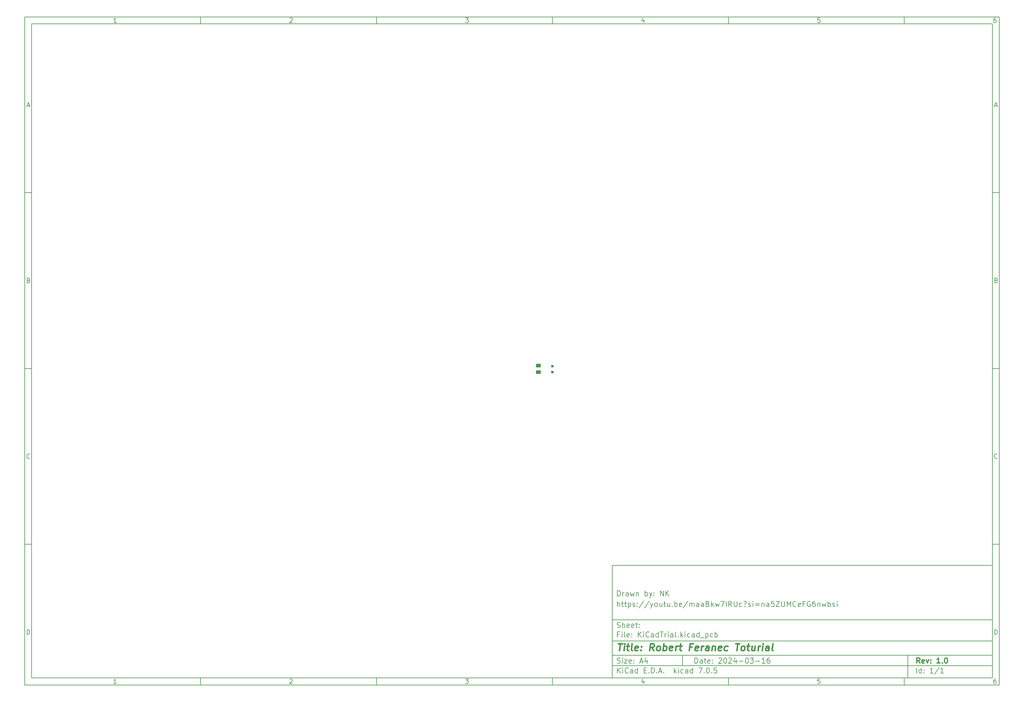
<source format=gbr>
%TF.GenerationSoftware,KiCad,Pcbnew,7.0.5*%
%TF.CreationDate,2024-05-21T11:35:56-04:00*%
%TF.ProjectId,KiCadTrial,4b694361-6454-4726-9961-6c2e6b696361,1.0*%
%TF.SameCoordinates,Original*%
%TF.FileFunction,Paste,Top*%
%TF.FilePolarity,Positive*%
%FSLAX46Y46*%
G04 Gerber Fmt 4.6, Leading zero omitted, Abs format (unit mm)*
G04 Created by KiCad (PCBNEW 7.0.5) date 2024-05-21 11:35:56*
%MOMM*%
%LPD*%
G01*
G04 APERTURE LIST*
G04 Aperture macros list*
%AMRoundRect*
0 Rectangle with rounded corners*
0 $1 Rounding radius*
0 $2 $3 $4 $5 $6 $7 $8 $9 X,Y pos of 4 corners*
0 Add a 4 corners polygon primitive as box body*
4,1,4,$2,$3,$4,$5,$6,$7,$8,$9,$2,$3,0*
0 Add four circle primitives for the rounded corners*
1,1,$1+$1,$2,$3*
1,1,$1+$1,$4,$5*
1,1,$1+$1,$6,$7*
1,1,$1+$1,$8,$9*
0 Add four rect primitives between the rounded corners*
20,1,$1+$1,$2,$3,$4,$5,0*
20,1,$1+$1,$4,$5,$6,$7,0*
20,1,$1+$1,$6,$7,$8,$9,0*
20,1,$1+$1,$8,$9,$2,$3,0*%
G04 Aperture macros list end*
%ADD10C,0.100000*%
%ADD11C,0.150000*%
%ADD12C,0.300000*%
%ADD13C,0.400000*%
%ADD14R,0.800000X0.800000*%
%ADD15RoundRect,0.250000X0.450000X-0.262500X0.450000X0.262500X-0.450000X0.262500X-0.450000X-0.262500X0*%
G04 APERTURE END LIST*
D10*
D11*
X177002200Y-166007200D02*
X285002200Y-166007200D01*
X285002200Y-198007200D01*
X177002200Y-198007200D01*
X177002200Y-166007200D01*
D10*
D11*
X10000000Y-10000000D02*
X287002200Y-10000000D01*
X287002200Y-200007200D01*
X10000000Y-200007200D01*
X10000000Y-10000000D01*
D10*
D11*
X12000000Y-12000000D02*
X285002200Y-12000000D01*
X285002200Y-198007200D01*
X12000000Y-198007200D01*
X12000000Y-12000000D01*
D10*
D11*
X60000000Y-12000000D02*
X60000000Y-10000000D01*
D10*
D11*
X110000000Y-12000000D02*
X110000000Y-10000000D01*
D10*
D11*
X160000000Y-12000000D02*
X160000000Y-10000000D01*
D10*
D11*
X210000000Y-12000000D02*
X210000000Y-10000000D01*
D10*
D11*
X260000000Y-12000000D02*
X260000000Y-10000000D01*
D10*
D11*
X36089160Y-11593604D02*
X35346303Y-11593604D01*
X35717731Y-11593604D02*
X35717731Y-10293604D01*
X35717731Y-10293604D02*
X35593922Y-10479319D01*
X35593922Y-10479319D02*
X35470112Y-10603128D01*
X35470112Y-10603128D02*
X35346303Y-10665033D01*
D10*
D11*
X85346303Y-10417414D02*
X85408207Y-10355509D01*
X85408207Y-10355509D02*
X85532017Y-10293604D01*
X85532017Y-10293604D02*
X85841541Y-10293604D01*
X85841541Y-10293604D02*
X85965350Y-10355509D01*
X85965350Y-10355509D02*
X86027255Y-10417414D01*
X86027255Y-10417414D02*
X86089160Y-10541223D01*
X86089160Y-10541223D02*
X86089160Y-10665033D01*
X86089160Y-10665033D02*
X86027255Y-10850747D01*
X86027255Y-10850747D02*
X85284398Y-11593604D01*
X85284398Y-11593604D02*
X86089160Y-11593604D01*
D10*
D11*
X135284398Y-10293604D02*
X136089160Y-10293604D01*
X136089160Y-10293604D02*
X135655826Y-10788842D01*
X135655826Y-10788842D02*
X135841541Y-10788842D01*
X135841541Y-10788842D02*
X135965350Y-10850747D01*
X135965350Y-10850747D02*
X136027255Y-10912652D01*
X136027255Y-10912652D02*
X136089160Y-11036461D01*
X136089160Y-11036461D02*
X136089160Y-11345985D01*
X136089160Y-11345985D02*
X136027255Y-11469795D01*
X136027255Y-11469795D02*
X135965350Y-11531700D01*
X135965350Y-11531700D02*
X135841541Y-11593604D01*
X135841541Y-11593604D02*
X135470112Y-11593604D01*
X135470112Y-11593604D02*
X135346303Y-11531700D01*
X135346303Y-11531700D02*
X135284398Y-11469795D01*
D10*
D11*
X185965350Y-10726938D02*
X185965350Y-11593604D01*
X185655826Y-10231700D02*
X185346303Y-11160271D01*
X185346303Y-11160271D02*
X186151064Y-11160271D01*
D10*
D11*
X236027255Y-10293604D02*
X235408207Y-10293604D01*
X235408207Y-10293604D02*
X235346303Y-10912652D01*
X235346303Y-10912652D02*
X235408207Y-10850747D01*
X235408207Y-10850747D02*
X235532017Y-10788842D01*
X235532017Y-10788842D02*
X235841541Y-10788842D01*
X235841541Y-10788842D02*
X235965350Y-10850747D01*
X235965350Y-10850747D02*
X236027255Y-10912652D01*
X236027255Y-10912652D02*
X236089160Y-11036461D01*
X236089160Y-11036461D02*
X236089160Y-11345985D01*
X236089160Y-11345985D02*
X236027255Y-11469795D01*
X236027255Y-11469795D02*
X235965350Y-11531700D01*
X235965350Y-11531700D02*
X235841541Y-11593604D01*
X235841541Y-11593604D02*
X235532017Y-11593604D01*
X235532017Y-11593604D02*
X235408207Y-11531700D01*
X235408207Y-11531700D02*
X235346303Y-11469795D01*
D10*
D11*
X285965350Y-10293604D02*
X285717731Y-10293604D01*
X285717731Y-10293604D02*
X285593922Y-10355509D01*
X285593922Y-10355509D02*
X285532017Y-10417414D01*
X285532017Y-10417414D02*
X285408207Y-10603128D01*
X285408207Y-10603128D02*
X285346303Y-10850747D01*
X285346303Y-10850747D02*
X285346303Y-11345985D01*
X285346303Y-11345985D02*
X285408207Y-11469795D01*
X285408207Y-11469795D02*
X285470112Y-11531700D01*
X285470112Y-11531700D02*
X285593922Y-11593604D01*
X285593922Y-11593604D02*
X285841541Y-11593604D01*
X285841541Y-11593604D02*
X285965350Y-11531700D01*
X285965350Y-11531700D02*
X286027255Y-11469795D01*
X286027255Y-11469795D02*
X286089160Y-11345985D01*
X286089160Y-11345985D02*
X286089160Y-11036461D01*
X286089160Y-11036461D02*
X286027255Y-10912652D01*
X286027255Y-10912652D02*
X285965350Y-10850747D01*
X285965350Y-10850747D02*
X285841541Y-10788842D01*
X285841541Y-10788842D02*
X285593922Y-10788842D01*
X285593922Y-10788842D02*
X285470112Y-10850747D01*
X285470112Y-10850747D02*
X285408207Y-10912652D01*
X285408207Y-10912652D02*
X285346303Y-11036461D01*
D10*
D11*
X60000000Y-198007200D02*
X60000000Y-200007200D01*
D10*
D11*
X110000000Y-198007200D02*
X110000000Y-200007200D01*
D10*
D11*
X160000000Y-198007200D02*
X160000000Y-200007200D01*
D10*
D11*
X210000000Y-198007200D02*
X210000000Y-200007200D01*
D10*
D11*
X260000000Y-198007200D02*
X260000000Y-200007200D01*
D10*
D11*
X36089160Y-199600804D02*
X35346303Y-199600804D01*
X35717731Y-199600804D02*
X35717731Y-198300804D01*
X35717731Y-198300804D02*
X35593922Y-198486519D01*
X35593922Y-198486519D02*
X35470112Y-198610328D01*
X35470112Y-198610328D02*
X35346303Y-198672233D01*
D10*
D11*
X85346303Y-198424614D02*
X85408207Y-198362709D01*
X85408207Y-198362709D02*
X85532017Y-198300804D01*
X85532017Y-198300804D02*
X85841541Y-198300804D01*
X85841541Y-198300804D02*
X85965350Y-198362709D01*
X85965350Y-198362709D02*
X86027255Y-198424614D01*
X86027255Y-198424614D02*
X86089160Y-198548423D01*
X86089160Y-198548423D02*
X86089160Y-198672233D01*
X86089160Y-198672233D02*
X86027255Y-198857947D01*
X86027255Y-198857947D02*
X85284398Y-199600804D01*
X85284398Y-199600804D02*
X86089160Y-199600804D01*
D10*
D11*
X135284398Y-198300804D02*
X136089160Y-198300804D01*
X136089160Y-198300804D02*
X135655826Y-198796042D01*
X135655826Y-198796042D02*
X135841541Y-198796042D01*
X135841541Y-198796042D02*
X135965350Y-198857947D01*
X135965350Y-198857947D02*
X136027255Y-198919852D01*
X136027255Y-198919852D02*
X136089160Y-199043661D01*
X136089160Y-199043661D02*
X136089160Y-199353185D01*
X136089160Y-199353185D02*
X136027255Y-199476995D01*
X136027255Y-199476995D02*
X135965350Y-199538900D01*
X135965350Y-199538900D02*
X135841541Y-199600804D01*
X135841541Y-199600804D02*
X135470112Y-199600804D01*
X135470112Y-199600804D02*
X135346303Y-199538900D01*
X135346303Y-199538900D02*
X135284398Y-199476995D01*
D10*
D11*
X185965350Y-198734138D02*
X185965350Y-199600804D01*
X185655826Y-198238900D02*
X185346303Y-199167471D01*
X185346303Y-199167471D02*
X186151064Y-199167471D01*
D10*
D11*
X236027255Y-198300804D02*
X235408207Y-198300804D01*
X235408207Y-198300804D02*
X235346303Y-198919852D01*
X235346303Y-198919852D02*
X235408207Y-198857947D01*
X235408207Y-198857947D02*
X235532017Y-198796042D01*
X235532017Y-198796042D02*
X235841541Y-198796042D01*
X235841541Y-198796042D02*
X235965350Y-198857947D01*
X235965350Y-198857947D02*
X236027255Y-198919852D01*
X236027255Y-198919852D02*
X236089160Y-199043661D01*
X236089160Y-199043661D02*
X236089160Y-199353185D01*
X236089160Y-199353185D02*
X236027255Y-199476995D01*
X236027255Y-199476995D02*
X235965350Y-199538900D01*
X235965350Y-199538900D02*
X235841541Y-199600804D01*
X235841541Y-199600804D02*
X235532017Y-199600804D01*
X235532017Y-199600804D02*
X235408207Y-199538900D01*
X235408207Y-199538900D02*
X235346303Y-199476995D01*
D10*
D11*
X285965350Y-198300804D02*
X285717731Y-198300804D01*
X285717731Y-198300804D02*
X285593922Y-198362709D01*
X285593922Y-198362709D02*
X285532017Y-198424614D01*
X285532017Y-198424614D02*
X285408207Y-198610328D01*
X285408207Y-198610328D02*
X285346303Y-198857947D01*
X285346303Y-198857947D02*
X285346303Y-199353185D01*
X285346303Y-199353185D02*
X285408207Y-199476995D01*
X285408207Y-199476995D02*
X285470112Y-199538900D01*
X285470112Y-199538900D02*
X285593922Y-199600804D01*
X285593922Y-199600804D02*
X285841541Y-199600804D01*
X285841541Y-199600804D02*
X285965350Y-199538900D01*
X285965350Y-199538900D02*
X286027255Y-199476995D01*
X286027255Y-199476995D02*
X286089160Y-199353185D01*
X286089160Y-199353185D02*
X286089160Y-199043661D01*
X286089160Y-199043661D02*
X286027255Y-198919852D01*
X286027255Y-198919852D02*
X285965350Y-198857947D01*
X285965350Y-198857947D02*
X285841541Y-198796042D01*
X285841541Y-198796042D02*
X285593922Y-198796042D01*
X285593922Y-198796042D02*
X285470112Y-198857947D01*
X285470112Y-198857947D02*
X285408207Y-198919852D01*
X285408207Y-198919852D02*
X285346303Y-199043661D01*
D10*
D11*
X10000000Y-60000000D02*
X12000000Y-60000000D01*
D10*
D11*
X10000000Y-110000000D02*
X12000000Y-110000000D01*
D10*
D11*
X10000000Y-160000000D02*
X12000000Y-160000000D01*
D10*
D11*
X10690476Y-35222176D02*
X11309523Y-35222176D01*
X10566666Y-35593604D02*
X10999999Y-34293604D01*
X10999999Y-34293604D02*
X11433333Y-35593604D01*
D10*
D11*
X11092857Y-84912652D02*
X11278571Y-84974557D01*
X11278571Y-84974557D02*
X11340476Y-85036461D01*
X11340476Y-85036461D02*
X11402380Y-85160271D01*
X11402380Y-85160271D02*
X11402380Y-85345985D01*
X11402380Y-85345985D02*
X11340476Y-85469795D01*
X11340476Y-85469795D02*
X11278571Y-85531700D01*
X11278571Y-85531700D02*
X11154761Y-85593604D01*
X11154761Y-85593604D02*
X10659523Y-85593604D01*
X10659523Y-85593604D02*
X10659523Y-84293604D01*
X10659523Y-84293604D02*
X11092857Y-84293604D01*
X11092857Y-84293604D02*
X11216666Y-84355509D01*
X11216666Y-84355509D02*
X11278571Y-84417414D01*
X11278571Y-84417414D02*
X11340476Y-84541223D01*
X11340476Y-84541223D02*
X11340476Y-84665033D01*
X11340476Y-84665033D02*
X11278571Y-84788842D01*
X11278571Y-84788842D02*
X11216666Y-84850747D01*
X11216666Y-84850747D02*
X11092857Y-84912652D01*
X11092857Y-84912652D02*
X10659523Y-84912652D01*
D10*
D11*
X11402380Y-135469795D02*
X11340476Y-135531700D01*
X11340476Y-135531700D02*
X11154761Y-135593604D01*
X11154761Y-135593604D02*
X11030952Y-135593604D01*
X11030952Y-135593604D02*
X10845238Y-135531700D01*
X10845238Y-135531700D02*
X10721428Y-135407890D01*
X10721428Y-135407890D02*
X10659523Y-135284080D01*
X10659523Y-135284080D02*
X10597619Y-135036461D01*
X10597619Y-135036461D02*
X10597619Y-134850747D01*
X10597619Y-134850747D02*
X10659523Y-134603128D01*
X10659523Y-134603128D02*
X10721428Y-134479319D01*
X10721428Y-134479319D02*
X10845238Y-134355509D01*
X10845238Y-134355509D02*
X11030952Y-134293604D01*
X11030952Y-134293604D02*
X11154761Y-134293604D01*
X11154761Y-134293604D02*
X11340476Y-134355509D01*
X11340476Y-134355509D02*
X11402380Y-134417414D01*
D10*
D11*
X10659523Y-185593604D02*
X10659523Y-184293604D01*
X10659523Y-184293604D02*
X10969047Y-184293604D01*
X10969047Y-184293604D02*
X11154761Y-184355509D01*
X11154761Y-184355509D02*
X11278571Y-184479319D01*
X11278571Y-184479319D02*
X11340476Y-184603128D01*
X11340476Y-184603128D02*
X11402380Y-184850747D01*
X11402380Y-184850747D02*
X11402380Y-185036461D01*
X11402380Y-185036461D02*
X11340476Y-185284080D01*
X11340476Y-185284080D02*
X11278571Y-185407890D01*
X11278571Y-185407890D02*
X11154761Y-185531700D01*
X11154761Y-185531700D02*
X10969047Y-185593604D01*
X10969047Y-185593604D02*
X10659523Y-185593604D01*
D10*
D11*
X287002200Y-60000000D02*
X285002200Y-60000000D01*
D10*
D11*
X287002200Y-110000000D02*
X285002200Y-110000000D01*
D10*
D11*
X287002200Y-160000000D02*
X285002200Y-160000000D01*
D10*
D11*
X285692676Y-35222176D02*
X286311723Y-35222176D01*
X285568866Y-35593604D02*
X286002199Y-34293604D01*
X286002199Y-34293604D02*
X286435533Y-35593604D01*
D10*
D11*
X286095057Y-84912652D02*
X286280771Y-84974557D01*
X286280771Y-84974557D02*
X286342676Y-85036461D01*
X286342676Y-85036461D02*
X286404580Y-85160271D01*
X286404580Y-85160271D02*
X286404580Y-85345985D01*
X286404580Y-85345985D02*
X286342676Y-85469795D01*
X286342676Y-85469795D02*
X286280771Y-85531700D01*
X286280771Y-85531700D02*
X286156961Y-85593604D01*
X286156961Y-85593604D02*
X285661723Y-85593604D01*
X285661723Y-85593604D02*
X285661723Y-84293604D01*
X285661723Y-84293604D02*
X286095057Y-84293604D01*
X286095057Y-84293604D02*
X286218866Y-84355509D01*
X286218866Y-84355509D02*
X286280771Y-84417414D01*
X286280771Y-84417414D02*
X286342676Y-84541223D01*
X286342676Y-84541223D02*
X286342676Y-84665033D01*
X286342676Y-84665033D02*
X286280771Y-84788842D01*
X286280771Y-84788842D02*
X286218866Y-84850747D01*
X286218866Y-84850747D02*
X286095057Y-84912652D01*
X286095057Y-84912652D02*
X285661723Y-84912652D01*
D10*
D11*
X286404580Y-135469795D02*
X286342676Y-135531700D01*
X286342676Y-135531700D02*
X286156961Y-135593604D01*
X286156961Y-135593604D02*
X286033152Y-135593604D01*
X286033152Y-135593604D02*
X285847438Y-135531700D01*
X285847438Y-135531700D02*
X285723628Y-135407890D01*
X285723628Y-135407890D02*
X285661723Y-135284080D01*
X285661723Y-135284080D02*
X285599819Y-135036461D01*
X285599819Y-135036461D02*
X285599819Y-134850747D01*
X285599819Y-134850747D02*
X285661723Y-134603128D01*
X285661723Y-134603128D02*
X285723628Y-134479319D01*
X285723628Y-134479319D02*
X285847438Y-134355509D01*
X285847438Y-134355509D02*
X286033152Y-134293604D01*
X286033152Y-134293604D02*
X286156961Y-134293604D01*
X286156961Y-134293604D02*
X286342676Y-134355509D01*
X286342676Y-134355509D02*
X286404580Y-134417414D01*
D10*
D11*
X285661723Y-185593604D02*
X285661723Y-184293604D01*
X285661723Y-184293604D02*
X285971247Y-184293604D01*
X285971247Y-184293604D02*
X286156961Y-184355509D01*
X286156961Y-184355509D02*
X286280771Y-184479319D01*
X286280771Y-184479319D02*
X286342676Y-184603128D01*
X286342676Y-184603128D02*
X286404580Y-184850747D01*
X286404580Y-184850747D02*
X286404580Y-185036461D01*
X286404580Y-185036461D02*
X286342676Y-185284080D01*
X286342676Y-185284080D02*
X286280771Y-185407890D01*
X286280771Y-185407890D02*
X286156961Y-185531700D01*
X286156961Y-185531700D02*
X285971247Y-185593604D01*
X285971247Y-185593604D02*
X285661723Y-185593604D01*
D10*
D11*
X200458026Y-193793328D02*
X200458026Y-192293328D01*
X200458026Y-192293328D02*
X200815169Y-192293328D01*
X200815169Y-192293328D02*
X201029455Y-192364757D01*
X201029455Y-192364757D02*
X201172312Y-192507614D01*
X201172312Y-192507614D02*
X201243741Y-192650471D01*
X201243741Y-192650471D02*
X201315169Y-192936185D01*
X201315169Y-192936185D02*
X201315169Y-193150471D01*
X201315169Y-193150471D02*
X201243741Y-193436185D01*
X201243741Y-193436185D02*
X201172312Y-193579042D01*
X201172312Y-193579042D02*
X201029455Y-193721900D01*
X201029455Y-193721900D02*
X200815169Y-193793328D01*
X200815169Y-193793328D02*
X200458026Y-193793328D01*
X202600884Y-193793328D02*
X202600884Y-193007614D01*
X202600884Y-193007614D02*
X202529455Y-192864757D01*
X202529455Y-192864757D02*
X202386598Y-192793328D01*
X202386598Y-192793328D02*
X202100884Y-192793328D01*
X202100884Y-192793328D02*
X201958026Y-192864757D01*
X202600884Y-193721900D02*
X202458026Y-193793328D01*
X202458026Y-193793328D02*
X202100884Y-193793328D01*
X202100884Y-193793328D02*
X201958026Y-193721900D01*
X201958026Y-193721900D02*
X201886598Y-193579042D01*
X201886598Y-193579042D02*
X201886598Y-193436185D01*
X201886598Y-193436185D02*
X201958026Y-193293328D01*
X201958026Y-193293328D02*
X202100884Y-193221900D01*
X202100884Y-193221900D02*
X202458026Y-193221900D01*
X202458026Y-193221900D02*
X202600884Y-193150471D01*
X203100884Y-192793328D02*
X203672312Y-192793328D01*
X203315169Y-192293328D02*
X203315169Y-193579042D01*
X203315169Y-193579042D02*
X203386598Y-193721900D01*
X203386598Y-193721900D02*
X203529455Y-193793328D01*
X203529455Y-193793328D02*
X203672312Y-193793328D01*
X204743741Y-193721900D02*
X204600884Y-193793328D01*
X204600884Y-193793328D02*
X204315170Y-193793328D01*
X204315170Y-193793328D02*
X204172312Y-193721900D01*
X204172312Y-193721900D02*
X204100884Y-193579042D01*
X204100884Y-193579042D02*
X204100884Y-193007614D01*
X204100884Y-193007614D02*
X204172312Y-192864757D01*
X204172312Y-192864757D02*
X204315170Y-192793328D01*
X204315170Y-192793328D02*
X204600884Y-192793328D01*
X204600884Y-192793328D02*
X204743741Y-192864757D01*
X204743741Y-192864757D02*
X204815170Y-193007614D01*
X204815170Y-193007614D02*
X204815170Y-193150471D01*
X204815170Y-193150471D02*
X204100884Y-193293328D01*
X205458026Y-193650471D02*
X205529455Y-193721900D01*
X205529455Y-193721900D02*
X205458026Y-193793328D01*
X205458026Y-193793328D02*
X205386598Y-193721900D01*
X205386598Y-193721900D02*
X205458026Y-193650471D01*
X205458026Y-193650471D02*
X205458026Y-193793328D01*
X205458026Y-192864757D02*
X205529455Y-192936185D01*
X205529455Y-192936185D02*
X205458026Y-193007614D01*
X205458026Y-193007614D02*
X205386598Y-192936185D01*
X205386598Y-192936185D02*
X205458026Y-192864757D01*
X205458026Y-192864757D02*
X205458026Y-193007614D01*
X207243741Y-192436185D02*
X207315169Y-192364757D01*
X207315169Y-192364757D02*
X207458027Y-192293328D01*
X207458027Y-192293328D02*
X207815169Y-192293328D01*
X207815169Y-192293328D02*
X207958027Y-192364757D01*
X207958027Y-192364757D02*
X208029455Y-192436185D01*
X208029455Y-192436185D02*
X208100884Y-192579042D01*
X208100884Y-192579042D02*
X208100884Y-192721900D01*
X208100884Y-192721900D02*
X208029455Y-192936185D01*
X208029455Y-192936185D02*
X207172312Y-193793328D01*
X207172312Y-193793328D02*
X208100884Y-193793328D01*
X209029455Y-192293328D02*
X209172312Y-192293328D01*
X209172312Y-192293328D02*
X209315169Y-192364757D01*
X209315169Y-192364757D02*
X209386598Y-192436185D01*
X209386598Y-192436185D02*
X209458026Y-192579042D01*
X209458026Y-192579042D02*
X209529455Y-192864757D01*
X209529455Y-192864757D02*
X209529455Y-193221900D01*
X209529455Y-193221900D02*
X209458026Y-193507614D01*
X209458026Y-193507614D02*
X209386598Y-193650471D01*
X209386598Y-193650471D02*
X209315169Y-193721900D01*
X209315169Y-193721900D02*
X209172312Y-193793328D01*
X209172312Y-193793328D02*
X209029455Y-193793328D01*
X209029455Y-193793328D02*
X208886598Y-193721900D01*
X208886598Y-193721900D02*
X208815169Y-193650471D01*
X208815169Y-193650471D02*
X208743740Y-193507614D01*
X208743740Y-193507614D02*
X208672312Y-193221900D01*
X208672312Y-193221900D02*
X208672312Y-192864757D01*
X208672312Y-192864757D02*
X208743740Y-192579042D01*
X208743740Y-192579042D02*
X208815169Y-192436185D01*
X208815169Y-192436185D02*
X208886598Y-192364757D01*
X208886598Y-192364757D02*
X209029455Y-192293328D01*
X210100883Y-192436185D02*
X210172311Y-192364757D01*
X210172311Y-192364757D02*
X210315169Y-192293328D01*
X210315169Y-192293328D02*
X210672311Y-192293328D01*
X210672311Y-192293328D02*
X210815169Y-192364757D01*
X210815169Y-192364757D02*
X210886597Y-192436185D01*
X210886597Y-192436185D02*
X210958026Y-192579042D01*
X210958026Y-192579042D02*
X210958026Y-192721900D01*
X210958026Y-192721900D02*
X210886597Y-192936185D01*
X210886597Y-192936185D02*
X210029454Y-193793328D01*
X210029454Y-193793328D02*
X210958026Y-193793328D01*
X212243740Y-192793328D02*
X212243740Y-193793328D01*
X211886597Y-192221900D02*
X211529454Y-193293328D01*
X211529454Y-193293328D02*
X212458025Y-193293328D01*
X213029453Y-193221900D02*
X214172311Y-193221900D01*
X215172311Y-192293328D02*
X215315168Y-192293328D01*
X215315168Y-192293328D02*
X215458025Y-192364757D01*
X215458025Y-192364757D02*
X215529454Y-192436185D01*
X215529454Y-192436185D02*
X215600882Y-192579042D01*
X215600882Y-192579042D02*
X215672311Y-192864757D01*
X215672311Y-192864757D02*
X215672311Y-193221900D01*
X215672311Y-193221900D02*
X215600882Y-193507614D01*
X215600882Y-193507614D02*
X215529454Y-193650471D01*
X215529454Y-193650471D02*
X215458025Y-193721900D01*
X215458025Y-193721900D02*
X215315168Y-193793328D01*
X215315168Y-193793328D02*
X215172311Y-193793328D01*
X215172311Y-193793328D02*
X215029454Y-193721900D01*
X215029454Y-193721900D02*
X214958025Y-193650471D01*
X214958025Y-193650471D02*
X214886596Y-193507614D01*
X214886596Y-193507614D02*
X214815168Y-193221900D01*
X214815168Y-193221900D02*
X214815168Y-192864757D01*
X214815168Y-192864757D02*
X214886596Y-192579042D01*
X214886596Y-192579042D02*
X214958025Y-192436185D01*
X214958025Y-192436185D02*
X215029454Y-192364757D01*
X215029454Y-192364757D02*
X215172311Y-192293328D01*
X216172310Y-192293328D02*
X217100882Y-192293328D01*
X217100882Y-192293328D02*
X216600882Y-192864757D01*
X216600882Y-192864757D02*
X216815167Y-192864757D01*
X216815167Y-192864757D02*
X216958025Y-192936185D01*
X216958025Y-192936185D02*
X217029453Y-193007614D01*
X217029453Y-193007614D02*
X217100882Y-193150471D01*
X217100882Y-193150471D02*
X217100882Y-193507614D01*
X217100882Y-193507614D02*
X217029453Y-193650471D01*
X217029453Y-193650471D02*
X216958025Y-193721900D01*
X216958025Y-193721900D02*
X216815167Y-193793328D01*
X216815167Y-193793328D02*
X216386596Y-193793328D01*
X216386596Y-193793328D02*
X216243739Y-193721900D01*
X216243739Y-193721900D02*
X216172310Y-193650471D01*
X217743738Y-193221900D02*
X218886596Y-193221900D01*
X220386596Y-193793328D02*
X219529453Y-193793328D01*
X219958024Y-193793328D02*
X219958024Y-192293328D01*
X219958024Y-192293328D02*
X219815167Y-192507614D01*
X219815167Y-192507614D02*
X219672310Y-192650471D01*
X219672310Y-192650471D02*
X219529453Y-192721900D01*
X221672310Y-192293328D02*
X221386595Y-192293328D01*
X221386595Y-192293328D02*
X221243738Y-192364757D01*
X221243738Y-192364757D02*
X221172310Y-192436185D01*
X221172310Y-192436185D02*
X221029452Y-192650471D01*
X221029452Y-192650471D02*
X220958024Y-192936185D01*
X220958024Y-192936185D02*
X220958024Y-193507614D01*
X220958024Y-193507614D02*
X221029452Y-193650471D01*
X221029452Y-193650471D02*
X221100881Y-193721900D01*
X221100881Y-193721900D02*
X221243738Y-193793328D01*
X221243738Y-193793328D02*
X221529452Y-193793328D01*
X221529452Y-193793328D02*
X221672310Y-193721900D01*
X221672310Y-193721900D02*
X221743738Y-193650471D01*
X221743738Y-193650471D02*
X221815167Y-193507614D01*
X221815167Y-193507614D02*
X221815167Y-193150471D01*
X221815167Y-193150471D02*
X221743738Y-193007614D01*
X221743738Y-193007614D02*
X221672310Y-192936185D01*
X221672310Y-192936185D02*
X221529452Y-192864757D01*
X221529452Y-192864757D02*
X221243738Y-192864757D01*
X221243738Y-192864757D02*
X221100881Y-192936185D01*
X221100881Y-192936185D02*
X221029452Y-193007614D01*
X221029452Y-193007614D02*
X220958024Y-193150471D01*
D10*
D11*
X177002200Y-194507200D02*
X285002200Y-194507200D01*
D10*
D11*
X178458026Y-196593328D02*
X178458026Y-195093328D01*
X179315169Y-196593328D02*
X178672312Y-195736185D01*
X179315169Y-195093328D02*
X178458026Y-195950471D01*
X179958026Y-196593328D02*
X179958026Y-195593328D01*
X179958026Y-195093328D02*
X179886598Y-195164757D01*
X179886598Y-195164757D02*
X179958026Y-195236185D01*
X179958026Y-195236185D02*
X180029455Y-195164757D01*
X180029455Y-195164757D02*
X179958026Y-195093328D01*
X179958026Y-195093328D02*
X179958026Y-195236185D01*
X181529455Y-196450471D02*
X181458027Y-196521900D01*
X181458027Y-196521900D02*
X181243741Y-196593328D01*
X181243741Y-196593328D02*
X181100884Y-196593328D01*
X181100884Y-196593328D02*
X180886598Y-196521900D01*
X180886598Y-196521900D02*
X180743741Y-196379042D01*
X180743741Y-196379042D02*
X180672312Y-196236185D01*
X180672312Y-196236185D02*
X180600884Y-195950471D01*
X180600884Y-195950471D02*
X180600884Y-195736185D01*
X180600884Y-195736185D02*
X180672312Y-195450471D01*
X180672312Y-195450471D02*
X180743741Y-195307614D01*
X180743741Y-195307614D02*
X180886598Y-195164757D01*
X180886598Y-195164757D02*
X181100884Y-195093328D01*
X181100884Y-195093328D02*
X181243741Y-195093328D01*
X181243741Y-195093328D02*
X181458027Y-195164757D01*
X181458027Y-195164757D02*
X181529455Y-195236185D01*
X182815170Y-196593328D02*
X182815170Y-195807614D01*
X182815170Y-195807614D02*
X182743741Y-195664757D01*
X182743741Y-195664757D02*
X182600884Y-195593328D01*
X182600884Y-195593328D02*
X182315170Y-195593328D01*
X182315170Y-195593328D02*
X182172312Y-195664757D01*
X182815170Y-196521900D02*
X182672312Y-196593328D01*
X182672312Y-196593328D02*
X182315170Y-196593328D01*
X182315170Y-196593328D02*
X182172312Y-196521900D01*
X182172312Y-196521900D02*
X182100884Y-196379042D01*
X182100884Y-196379042D02*
X182100884Y-196236185D01*
X182100884Y-196236185D02*
X182172312Y-196093328D01*
X182172312Y-196093328D02*
X182315170Y-196021900D01*
X182315170Y-196021900D02*
X182672312Y-196021900D01*
X182672312Y-196021900D02*
X182815170Y-195950471D01*
X184172313Y-196593328D02*
X184172313Y-195093328D01*
X184172313Y-196521900D02*
X184029455Y-196593328D01*
X184029455Y-196593328D02*
X183743741Y-196593328D01*
X183743741Y-196593328D02*
X183600884Y-196521900D01*
X183600884Y-196521900D02*
X183529455Y-196450471D01*
X183529455Y-196450471D02*
X183458027Y-196307614D01*
X183458027Y-196307614D02*
X183458027Y-195879042D01*
X183458027Y-195879042D02*
X183529455Y-195736185D01*
X183529455Y-195736185D02*
X183600884Y-195664757D01*
X183600884Y-195664757D02*
X183743741Y-195593328D01*
X183743741Y-195593328D02*
X184029455Y-195593328D01*
X184029455Y-195593328D02*
X184172313Y-195664757D01*
X186029455Y-195807614D02*
X186529455Y-195807614D01*
X186743741Y-196593328D02*
X186029455Y-196593328D01*
X186029455Y-196593328D02*
X186029455Y-195093328D01*
X186029455Y-195093328D02*
X186743741Y-195093328D01*
X187386598Y-196450471D02*
X187458027Y-196521900D01*
X187458027Y-196521900D02*
X187386598Y-196593328D01*
X187386598Y-196593328D02*
X187315170Y-196521900D01*
X187315170Y-196521900D02*
X187386598Y-196450471D01*
X187386598Y-196450471D02*
X187386598Y-196593328D01*
X188100884Y-196593328D02*
X188100884Y-195093328D01*
X188100884Y-195093328D02*
X188458027Y-195093328D01*
X188458027Y-195093328D02*
X188672313Y-195164757D01*
X188672313Y-195164757D02*
X188815170Y-195307614D01*
X188815170Y-195307614D02*
X188886599Y-195450471D01*
X188886599Y-195450471D02*
X188958027Y-195736185D01*
X188958027Y-195736185D02*
X188958027Y-195950471D01*
X188958027Y-195950471D02*
X188886599Y-196236185D01*
X188886599Y-196236185D02*
X188815170Y-196379042D01*
X188815170Y-196379042D02*
X188672313Y-196521900D01*
X188672313Y-196521900D02*
X188458027Y-196593328D01*
X188458027Y-196593328D02*
X188100884Y-196593328D01*
X189600884Y-196450471D02*
X189672313Y-196521900D01*
X189672313Y-196521900D02*
X189600884Y-196593328D01*
X189600884Y-196593328D02*
X189529456Y-196521900D01*
X189529456Y-196521900D02*
X189600884Y-196450471D01*
X189600884Y-196450471D02*
X189600884Y-196593328D01*
X190243742Y-196164757D02*
X190958028Y-196164757D01*
X190100885Y-196593328D02*
X190600885Y-195093328D01*
X190600885Y-195093328D02*
X191100885Y-196593328D01*
X191600884Y-196450471D02*
X191672313Y-196521900D01*
X191672313Y-196521900D02*
X191600884Y-196593328D01*
X191600884Y-196593328D02*
X191529456Y-196521900D01*
X191529456Y-196521900D02*
X191600884Y-196450471D01*
X191600884Y-196450471D02*
X191600884Y-196593328D01*
X194600884Y-196593328D02*
X194600884Y-195093328D01*
X194743742Y-196021900D02*
X195172313Y-196593328D01*
X195172313Y-195593328D02*
X194600884Y-196164757D01*
X195815170Y-196593328D02*
X195815170Y-195593328D01*
X195815170Y-195093328D02*
X195743742Y-195164757D01*
X195743742Y-195164757D02*
X195815170Y-195236185D01*
X195815170Y-195236185D02*
X195886599Y-195164757D01*
X195886599Y-195164757D02*
X195815170Y-195093328D01*
X195815170Y-195093328D02*
X195815170Y-195236185D01*
X197172314Y-196521900D02*
X197029456Y-196593328D01*
X197029456Y-196593328D02*
X196743742Y-196593328D01*
X196743742Y-196593328D02*
X196600885Y-196521900D01*
X196600885Y-196521900D02*
X196529456Y-196450471D01*
X196529456Y-196450471D02*
X196458028Y-196307614D01*
X196458028Y-196307614D02*
X196458028Y-195879042D01*
X196458028Y-195879042D02*
X196529456Y-195736185D01*
X196529456Y-195736185D02*
X196600885Y-195664757D01*
X196600885Y-195664757D02*
X196743742Y-195593328D01*
X196743742Y-195593328D02*
X197029456Y-195593328D01*
X197029456Y-195593328D02*
X197172314Y-195664757D01*
X198458028Y-196593328D02*
X198458028Y-195807614D01*
X198458028Y-195807614D02*
X198386599Y-195664757D01*
X198386599Y-195664757D02*
X198243742Y-195593328D01*
X198243742Y-195593328D02*
X197958028Y-195593328D01*
X197958028Y-195593328D02*
X197815170Y-195664757D01*
X198458028Y-196521900D02*
X198315170Y-196593328D01*
X198315170Y-196593328D02*
X197958028Y-196593328D01*
X197958028Y-196593328D02*
X197815170Y-196521900D01*
X197815170Y-196521900D02*
X197743742Y-196379042D01*
X197743742Y-196379042D02*
X197743742Y-196236185D01*
X197743742Y-196236185D02*
X197815170Y-196093328D01*
X197815170Y-196093328D02*
X197958028Y-196021900D01*
X197958028Y-196021900D02*
X198315170Y-196021900D01*
X198315170Y-196021900D02*
X198458028Y-195950471D01*
X199815171Y-196593328D02*
X199815171Y-195093328D01*
X199815171Y-196521900D02*
X199672313Y-196593328D01*
X199672313Y-196593328D02*
X199386599Y-196593328D01*
X199386599Y-196593328D02*
X199243742Y-196521900D01*
X199243742Y-196521900D02*
X199172313Y-196450471D01*
X199172313Y-196450471D02*
X199100885Y-196307614D01*
X199100885Y-196307614D02*
X199100885Y-195879042D01*
X199100885Y-195879042D02*
X199172313Y-195736185D01*
X199172313Y-195736185D02*
X199243742Y-195664757D01*
X199243742Y-195664757D02*
X199386599Y-195593328D01*
X199386599Y-195593328D02*
X199672313Y-195593328D01*
X199672313Y-195593328D02*
X199815171Y-195664757D01*
X201529456Y-195093328D02*
X202529456Y-195093328D01*
X202529456Y-195093328D02*
X201886599Y-196593328D01*
X203100884Y-196450471D02*
X203172313Y-196521900D01*
X203172313Y-196521900D02*
X203100884Y-196593328D01*
X203100884Y-196593328D02*
X203029456Y-196521900D01*
X203029456Y-196521900D02*
X203100884Y-196450471D01*
X203100884Y-196450471D02*
X203100884Y-196593328D01*
X204100885Y-195093328D02*
X204243742Y-195093328D01*
X204243742Y-195093328D02*
X204386599Y-195164757D01*
X204386599Y-195164757D02*
X204458028Y-195236185D01*
X204458028Y-195236185D02*
X204529456Y-195379042D01*
X204529456Y-195379042D02*
X204600885Y-195664757D01*
X204600885Y-195664757D02*
X204600885Y-196021900D01*
X204600885Y-196021900D02*
X204529456Y-196307614D01*
X204529456Y-196307614D02*
X204458028Y-196450471D01*
X204458028Y-196450471D02*
X204386599Y-196521900D01*
X204386599Y-196521900D02*
X204243742Y-196593328D01*
X204243742Y-196593328D02*
X204100885Y-196593328D01*
X204100885Y-196593328D02*
X203958028Y-196521900D01*
X203958028Y-196521900D02*
X203886599Y-196450471D01*
X203886599Y-196450471D02*
X203815170Y-196307614D01*
X203815170Y-196307614D02*
X203743742Y-196021900D01*
X203743742Y-196021900D02*
X203743742Y-195664757D01*
X203743742Y-195664757D02*
X203815170Y-195379042D01*
X203815170Y-195379042D02*
X203886599Y-195236185D01*
X203886599Y-195236185D02*
X203958028Y-195164757D01*
X203958028Y-195164757D02*
X204100885Y-195093328D01*
X205243741Y-196450471D02*
X205315170Y-196521900D01*
X205315170Y-196521900D02*
X205243741Y-196593328D01*
X205243741Y-196593328D02*
X205172313Y-196521900D01*
X205172313Y-196521900D02*
X205243741Y-196450471D01*
X205243741Y-196450471D02*
X205243741Y-196593328D01*
X206672313Y-195093328D02*
X205958027Y-195093328D01*
X205958027Y-195093328D02*
X205886599Y-195807614D01*
X205886599Y-195807614D02*
X205958027Y-195736185D01*
X205958027Y-195736185D02*
X206100885Y-195664757D01*
X206100885Y-195664757D02*
X206458027Y-195664757D01*
X206458027Y-195664757D02*
X206600885Y-195736185D01*
X206600885Y-195736185D02*
X206672313Y-195807614D01*
X206672313Y-195807614D02*
X206743742Y-195950471D01*
X206743742Y-195950471D02*
X206743742Y-196307614D01*
X206743742Y-196307614D02*
X206672313Y-196450471D01*
X206672313Y-196450471D02*
X206600885Y-196521900D01*
X206600885Y-196521900D02*
X206458027Y-196593328D01*
X206458027Y-196593328D02*
X206100885Y-196593328D01*
X206100885Y-196593328D02*
X205958027Y-196521900D01*
X205958027Y-196521900D02*
X205886599Y-196450471D01*
D10*
D11*
X177002200Y-191507200D02*
X285002200Y-191507200D01*
D10*
D12*
X264413853Y-193785528D02*
X263913853Y-193071242D01*
X263556710Y-193785528D02*
X263556710Y-192285528D01*
X263556710Y-192285528D02*
X264128139Y-192285528D01*
X264128139Y-192285528D02*
X264270996Y-192356957D01*
X264270996Y-192356957D02*
X264342425Y-192428385D01*
X264342425Y-192428385D02*
X264413853Y-192571242D01*
X264413853Y-192571242D02*
X264413853Y-192785528D01*
X264413853Y-192785528D02*
X264342425Y-192928385D01*
X264342425Y-192928385D02*
X264270996Y-192999814D01*
X264270996Y-192999814D02*
X264128139Y-193071242D01*
X264128139Y-193071242D02*
X263556710Y-193071242D01*
X265628139Y-193714100D02*
X265485282Y-193785528D01*
X265485282Y-193785528D02*
X265199568Y-193785528D01*
X265199568Y-193785528D02*
X265056710Y-193714100D01*
X265056710Y-193714100D02*
X264985282Y-193571242D01*
X264985282Y-193571242D02*
X264985282Y-192999814D01*
X264985282Y-192999814D02*
X265056710Y-192856957D01*
X265056710Y-192856957D02*
X265199568Y-192785528D01*
X265199568Y-192785528D02*
X265485282Y-192785528D01*
X265485282Y-192785528D02*
X265628139Y-192856957D01*
X265628139Y-192856957D02*
X265699568Y-192999814D01*
X265699568Y-192999814D02*
X265699568Y-193142671D01*
X265699568Y-193142671D02*
X264985282Y-193285528D01*
X266199567Y-192785528D02*
X266556710Y-193785528D01*
X266556710Y-193785528D02*
X266913853Y-192785528D01*
X267485281Y-193642671D02*
X267556710Y-193714100D01*
X267556710Y-193714100D02*
X267485281Y-193785528D01*
X267485281Y-193785528D02*
X267413853Y-193714100D01*
X267413853Y-193714100D02*
X267485281Y-193642671D01*
X267485281Y-193642671D02*
X267485281Y-193785528D01*
X267485281Y-192856957D02*
X267556710Y-192928385D01*
X267556710Y-192928385D02*
X267485281Y-192999814D01*
X267485281Y-192999814D02*
X267413853Y-192928385D01*
X267413853Y-192928385D02*
X267485281Y-192856957D01*
X267485281Y-192856957D02*
X267485281Y-192999814D01*
X270128139Y-193785528D02*
X269270996Y-193785528D01*
X269699567Y-193785528D02*
X269699567Y-192285528D01*
X269699567Y-192285528D02*
X269556710Y-192499814D01*
X269556710Y-192499814D02*
X269413853Y-192642671D01*
X269413853Y-192642671D02*
X269270996Y-192714100D01*
X270770995Y-193642671D02*
X270842424Y-193714100D01*
X270842424Y-193714100D02*
X270770995Y-193785528D01*
X270770995Y-193785528D02*
X270699567Y-193714100D01*
X270699567Y-193714100D02*
X270770995Y-193642671D01*
X270770995Y-193642671D02*
X270770995Y-193785528D01*
X271770996Y-192285528D02*
X271913853Y-192285528D01*
X271913853Y-192285528D02*
X272056710Y-192356957D01*
X272056710Y-192356957D02*
X272128139Y-192428385D01*
X272128139Y-192428385D02*
X272199567Y-192571242D01*
X272199567Y-192571242D02*
X272270996Y-192856957D01*
X272270996Y-192856957D02*
X272270996Y-193214100D01*
X272270996Y-193214100D02*
X272199567Y-193499814D01*
X272199567Y-193499814D02*
X272128139Y-193642671D01*
X272128139Y-193642671D02*
X272056710Y-193714100D01*
X272056710Y-193714100D02*
X271913853Y-193785528D01*
X271913853Y-193785528D02*
X271770996Y-193785528D01*
X271770996Y-193785528D02*
X271628139Y-193714100D01*
X271628139Y-193714100D02*
X271556710Y-193642671D01*
X271556710Y-193642671D02*
X271485281Y-193499814D01*
X271485281Y-193499814D02*
X271413853Y-193214100D01*
X271413853Y-193214100D02*
X271413853Y-192856957D01*
X271413853Y-192856957D02*
X271485281Y-192571242D01*
X271485281Y-192571242D02*
X271556710Y-192428385D01*
X271556710Y-192428385D02*
X271628139Y-192356957D01*
X271628139Y-192356957D02*
X271770996Y-192285528D01*
D10*
D11*
X178386598Y-193721900D02*
X178600884Y-193793328D01*
X178600884Y-193793328D02*
X178958026Y-193793328D01*
X178958026Y-193793328D02*
X179100884Y-193721900D01*
X179100884Y-193721900D02*
X179172312Y-193650471D01*
X179172312Y-193650471D02*
X179243741Y-193507614D01*
X179243741Y-193507614D02*
X179243741Y-193364757D01*
X179243741Y-193364757D02*
X179172312Y-193221900D01*
X179172312Y-193221900D02*
X179100884Y-193150471D01*
X179100884Y-193150471D02*
X178958026Y-193079042D01*
X178958026Y-193079042D02*
X178672312Y-193007614D01*
X178672312Y-193007614D02*
X178529455Y-192936185D01*
X178529455Y-192936185D02*
X178458026Y-192864757D01*
X178458026Y-192864757D02*
X178386598Y-192721900D01*
X178386598Y-192721900D02*
X178386598Y-192579042D01*
X178386598Y-192579042D02*
X178458026Y-192436185D01*
X178458026Y-192436185D02*
X178529455Y-192364757D01*
X178529455Y-192364757D02*
X178672312Y-192293328D01*
X178672312Y-192293328D02*
X179029455Y-192293328D01*
X179029455Y-192293328D02*
X179243741Y-192364757D01*
X179886597Y-193793328D02*
X179886597Y-192793328D01*
X179886597Y-192293328D02*
X179815169Y-192364757D01*
X179815169Y-192364757D02*
X179886597Y-192436185D01*
X179886597Y-192436185D02*
X179958026Y-192364757D01*
X179958026Y-192364757D02*
X179886597Y-192293328D01*
X179886597Y-192293328D02*
X179886597Y-192436185D01*
X180458026Y-192793328D02*
X181243741Y-192793328D01*
X181243741Y-192793328D02*
X180458026Y-193793328D01*
X180458026Y-193793328D02*
X181243741Y-193793328D01*
X182386598Y-193721900D02*
X182243741Y-193793328D01*
X182243741Y-193793328D02*
X181958027Y-193793328D01*
X181958027Y-193793328D02*
X181815169Y-193721900D01*
X181815169Y-193721900D02*
X181743741Y-193579042D01*
X181743741Y-193579042D02*
X181743741Y-193007614D01*
X181743741Y-193007614D02*
X181815169Y-192864757D01*
X181815169Y-192864757D02*
X181958027Y-192793328D01*
X181958027Y-192793328D02*
X182243741Y-192793328D01*
X182243741Y-192793328D02*
X182386598Y-192864757D01*
X182386598Y-192864757D02*
X182458027Y-193007614D01*
X182458027Y-193007614D02*
X182458027Y-193150471D01*
X182458027Y-193150471D02*
X181743741Y-193293328D01*
X183100883Y-193650471D02*
X183172312Y-193721900D01*
X183172312Y-193721900D02*
X183100883Y-193793328D01*
X183100883Y-193793328D02*
X183029455Y-193721900D01*
X183029455Y-193721900D02*
X183100883Y-193650471D01*
X183100883Y-193650471D02*
X183100883Y-193793328D01*
X183100883Y-192864757D02*
X183172312Y-192936185D01*
X183172312Y-192936185D02*
X183100883Y-193007614D01*
X183100883Y-193007614D02*
X183029455Y-192936185D01*
X183029455Y-192936185D02*
X183100883Y-192864757D01*
X183100883Y-192864757D02*
X183100883Y-193007614D01*
X184886598Y-193364757D02*
X185600884Y-193364757D01*
X184743741Y-193793328D02*
X185243741Y-192293328D01*
X185243741Y-192293328D02*
X185743741Y-193793328D01*
X186886598Y-192793328D02*
X186886598Y-193793328D01*
X186529455Y-192221900D02*
X186172312Y-193293328D01*
X186172312Y-193293328D02*
X187100883Y-193293328D01*
D10*
D11*
X263458026Y-196593328D02*
X263458026Y-195093328D01*
X264815170Y-196593328D02*
X264815170Y-195093328D01*
X264815170Y-196521900D02*
X264672312Y-196593328D01*
X264672312Y-196593328D02*
X264386598Y-196593328D01*
X264386598Y-196593328D02*
X264243741Y-196521900D01*
X264243741Y-196521900D02*
X264172312Y-196450471D01*
X264172312Y-196450471D02*
X264100884Y-196307614D01*
X264100884Y-196307614D02*
X264100884Y-195879042D01*
X264100884Y-195879042D02*
X264172312Y-195736185D01*
X264172312Y-195736185D02*
X264243741Y-195664757D01*
X264243741Y-195664757D02*
X264386598Y-195593328D01*
X264386598Y-195593328D02*
X264672312Y-195593328D01*
X264672312Y-195593328D02*
X264815170Y-195664757D01*
X265529455Y-196450471D02*
X265600884Y-196521900D01*
X265600884Y-196521900D02*
X265529455Y-196593328D01*
X265529455Y-196593328D02*
X265458027Y-196521900D01*
X265458027Y-196521900D02*
X265529455Y-196450471D01*
X265529455Y-196450471D02*
X265529455Y-196593328D01*
X265529455Y-195664757D02*
X265600884Y-195736185D01*
X265600884Y-195736185D02*
X265529455Y-195807614D01*
X265529455Y-195807614D02*
X265458027Y-195736185D01*
X265458027Y-195736185D02*
X265529455Y-195664757D01*
X265529455Y-195664757D02*
X265529455Y-195807614D01*
X268172313Y-196593328D02*
X267315170Y-196593328D01*
X267743741Y-196593328D02*
X267743741Y-195093328D01*
X267743741Y-195093328D02*
X267600884Y-195307614D01*
X267600884Y-195307614D02*
X267458027Y-195450471D01*
X267458027Y-195450471D02*
X267315170Y-195521900D01*
X269886598Y-195021900D02*
X268600884Y-196950471D01*
X271172313Y-196593328D02*
X270315170Y-196593328D01*
X270743741Y-196593328D02*
X270743741Y-195093328D01*
X270743741Y-195093328D02*
X270600884Y-195307614D01*
X270600884Y-195307614D02*
X270458027Y-195450471D01*
X270458027Y-195450471D02*
X270315170Y-195521900D01*
D10*
D11*
X177002200Y-187507200D02*
X285002200Y-187507200D01*
D10*
D13*
X178693928Y-188211638D02*
X179836785Y-188211638D01*
X179015357Y-190211638D02*
X179265357Y-188211638D01*
X180253452Y-190211638D02*
X180420119Y-188878304D01*
X180503452Y-188211638D02*
X180396309Y-188306876D01*
X180396309Y-188306876D02*
X180479643Y-188402114D01*
X180479643Y-188402114D02*
X180586786Y-188306876D01*
X180586786Y-188306876D02*
X180503452Y-188211638D01*
X180503452Y-188211638D02*
X180479643Y-188402114D01*
X181086786Y-188878304D02*
X181848690Y-188878304D01*
X181455833Y-188211638D02*
X181241548Y-189925923D01*
X181241548Y-189925923D02*
X181312976Y-190116400D01*
X181312976Y-190116400D02*
X181491548Y-190211638D01*
X181491548Y-190211638D02*
X181682024Y-190211638D01*
X182634405Y-190211638D02*
X182455833Y-190116400D01*
X182455833Y-190116400D02*
X182384405Y-189925923D01*
X182384405Y-189925923D02*
X182598690Y-188211638D01*
X184170119Y-190116400D02*
X183967738Y-190211638D01*
X183967738Y-190211638D02*
X183586785Y-190211638D01*
X183586785Y-190211638D02*
X183408214Y-190116400D01*
X183408214Y-190116400D02*
X183336785Y-189925923D01*
X183336785Y-189925923D02*
X183432024Y-189164019D01*
X183432024Y-189164019D02*
X183551071Y-188973542D01*
X183551071Y-188973542D02*
X183753452Y-188878304D01*
X183753452Y-188878304D02*
X184134404Y-188878304D01*
X184134404Y-188878304D02*
X184312976Y-188973542D01*
X184312976Y-188973542D02*
X184384404Y-189164019D01*
X184384404Y-189164019D02*
X184360595Y-189354495D01*
X184360595Y-189354495D02*
X183384404Y-189544971D01*
X185134405Y-190021161D02*
X185217738Y-190116400D01*
X185217738Y-190116400D02*
X185110595Y-190211638D01*
X185110595Y-190211638D02*
X185027262Y-190116400D01*
X185027262Y-190116400D02*
X185134405Y-190021161D01*
X185134405Y-190021161D02*
X185110595Y-190211638D01*
X185265357Y-188973542D02*
X185348690Y-189068780D01*
X185348690Y-189068780D02*
X185241548Y-189164019D01*
X185241548Y-189164019D02*
X185158214Y-189068780D01*
X185158214Y-189068780D02*
X185265357Y-188973542D01*
X185265357Y-188973542D02*
X185241548Y-189164019D01*
X188729643Y-190211638D02*
X188182024Y-189259257D01*
X187586786Y-190211638D02*
X187836786Y-188211638D01*
X187836786Y-188211638D02*
X188598691Y-188211638D01*
X188598691Y-188211638D02*
X188777262Y-188306876D01*
X188777262Y-188306876D02*
X188860596Y-188402114D01*
X188860596Y-188402114D02*
X188932024Y-188592590D01*
X188932024Y-188592590D02*
X188896310Y-188878304D01*
X188896310Y-188878304D02*
X188777262Y-189068780D01*
X188777262Y-189068780D02*
X188670120Y-189164019D01*
X188670120Y-189164019D02*
X188467739Y-189259257D01*
X188467739Y-189259257D02*
X187705834Y-189259257D01*
X189872501Y-190211638D02*
X189693929Y-190116400D01*
X189693929Y-190116400D02*
X189610596Y-190021161D01*
X189610596Y-190021161D02*
X189539167Y-189830685D01*
X189539167Y-189830685D02*
X189610596Y-189259257D01*
X189610596Y-189259257D02*
X189729643Y-189068780D01*
X189729643Y-189068780D02*
X189836786Y-188973542D01*
X189836786Y-188973542D02*
X190039167Y-188878304D01*
X190039167Y-188878304D02*
X190324881Y-188878304D01*
X190324881Y-188878304D02*
X190503453Y-188973542D01*
X190503453Y-188973542D02*
X190586786Y-189068780D01*
X190586786Y-189068780D02*
X190658215Y-189259257D01*
X190658215Y-189259257D02*
X190586786Y-189830685D01*
X190586786Y-189830685D02*
X190467739Y-190021161D01*
X190467739Y-190021161D02*
X190360596Y-190116400D01*
X190360596Y-190116400D02*
X190158215Y-190211638D01*
X190158215Y-190211638D02*
X189872501Y-190211638D01*
X191396310Y-190211638D02*
X191646310Y-188211638D01*
X191551072Y-188973542D02*
X191753453Y-188878304D01*
X191753453Y-188878304D02*
X192134405Y-188878304D01*
X192134405Y-188878304D02*
X192312977Y-188973542D01*
X192312977Y-188973542D02*
X192396310Y-189068780D01*
X192396310Y-189068780D02*
X192467739Y-189259257D01*
X192467739Y-189259257D02*
X192396310Y-189830685D01*
X192396310Y-189830685D02*
X192277263Y-190021161D01*
X192277263Y-190021161D02*
X192170120Y-190116400D01*
X192170120Y-190116400D02*
X191967739Y-190211638D01*
X191967739Y-190211638D02*
X191586786Y-190211638D01*
X191586786Y-190211638D02*
X191408215Y-190116400D01*
X193979644Y-190116400D02*
X193777263Y-190211638D01*
X193777263Y-190211638D02*
X193396310Y-190211638D01*
X193396310Y-190211638D02*
X193217739Y-190116400D01*
X193217739Y-190116400D02*
X193146310Y-189925923D01*
X193146310Y-189925923D02*
X193241549Y-189164019D01*
X193241549Y-189164019D02*
X193360596Y-188973542D01*
X193360596Y-188973542D02*
X193562977Y-188878304D01*
X193562977Y-188878304D02*
X193943929Y-188878304D01*
X193943929Y-188878304D02*
X194122501Y-188973542D01*
X194122501Y-188973542D02*
X194193929Y-189164019D01*
X194193929Y-189164019D02*
X194170120Y-189354495D01*
X194170120Y-189354495D02*
X193193929Y-189544971D01*
X194920120Y-190211638D02*
X195086787Y-188878304D01*
X195039168Y-189259257D02*
X195158215Y-189068780D01*
X195158215Y-189068780D02*
X195265358Y-188973542D01*
X195265358Y-188973542D02*
X195467739Y-188878304D01*
X195467739Y-188878304D02*
X195658215Y-188878304D01*
X196039168Y-188878304D02*
X196801072Y-188878304D01*
X196408215Y-188211638D02*
X196193930Y-189925923D01*
X196193930Y-189925923D02*
X196265358Y-190116400D01*
X196265358Y-190116400D02*
X196443930Y-190211638D01*
X196443930Y-190211638D02*
X196634406Y-190211638D01*
X199622501Y-189164019D02*
X198955835Y-189164019D01*
X198824882Y-190211638D02*
X199074882Y-188211638D01*
X199074882Y-188211638D02*
X200027263Y-188211638D01*
X201312978Y-190116400D02*
X201110597Y-190211638D01*
X201110597Y-190211638D02*
X200729644Y-190211638D01*
X200729644Y-190211638D02*
X200551073Y-190116400D01*
X200551073Y-190116400D02*
X200479644Y-189925923D01*
X200479644Y-189925923D02*
X200574883Y-189164019D01*
X200574883Y-189164019D02*
X200693930Y-188973542D01*
X200693930Y-188973542D02*
X200896311Y-188878304D01*
X200896311Y-188878304D02*
X201277263Y-188878304D01*
X201277263Y-188878304D02*
X201455835Y-188973542D01*
X201455835Y-188973542D02*
X201527263Y-189164019D01*
X201527263Y-189164019D02*
X201503454Y-189354495D01*
X201503454Y-189354495D02*
X200527263Y-189544971D01*
X202253454Y-190211638D02*
X202420121Y-188878304D01*
X202372502Y-189259257D02*
X202491549Y-189068780D01*
X202491549Y-189068780D02*
X202598692Y-188973542D01*
X202598692Y-188973542D02*
X202801073Y-188878304D01*
X202801073Y-188878304D02*
X202991549Y-188878304D01*
X204348692Y-190211638D02*
X204479644Y-189164019D01*
X204479644Y-189164019D02*
X204408216Y-188973542D01*
X204408216Y-188973542D02*
X204229644Y-188878304D01*
X204229644Y-188878304D02*
X203848692Y-188878304D01*
X203848692Y-188878304D02*
X203646311Y-188973542D01*
X204360597Y-190116400D02*
X204158216Y-190211638D01*
X204158216Y-190211638D02*
X203682025Y-190211638D01*
X203682025Y-190211638D02*
X203503454Y-190116400D01*
X203503454Y-190116400D02*
X203432025Y-189925923D01*
X203432025Y-189925923D02*
X203455835Y-189735447D01*
X203455835Y-189735447D02*
X203574883Y-189544971D01*
X203574883Y-189544971D02*
X203777264Y-189449733D01*
X203777264Y-189449733D02*
X204253454Y-189449733D01*
X204253454Y-189449733D02*
X204455835Y-189354495D01*
X205467740Y-188878304D02*
X205301073Y-190211638D01*
X205443930Y-189068780D02*
X205551073Y-188973542D01*
X205551073Y-188973542D02*
X205753454Y-188878304D01*
X205753454Y-188878304D02*
X206039168Y-188878304D01*
X206039168Y-188878304D02*
X206217740Y-188973542D01*
X206217740Y-188973542D02*
X206289168Y-189164019D01*
X206289168Y-189164019D02*
X206158216Y-190211638D01*
X207884407Y-190116400D02*
X207682026Y-190211638D01*
X207682026Y-190211638D02*
X207301073Y-190211638D01*
X207301073Y-190211638D02*
X207122502Y-190116400D01*
X207122502Y-190116400D02*
X207051073Y-189925923D01*
X207051073Y-189925923D02*
X207146312Y-189164019D01*
X207146312Y-189164019D02*
X207265359Y-188973542D01*
X207265359Y-188973542D02*
X207467740Y-188878304D01*
X207467740Y-188878304D02*
X207848692Y-188878304D01*
X207848692Y-188878304D02*
X208027264Y-188973542D01*
X208027264Y-188973542D02*
X208098692Y-189164019D01*
X208098692Y-189164019D02*
X208074883Y-189354495D01*
X208074883Y-189354495D02*
X207098692Y-189544971D01*
X209693931Y-190116400D02*
X209491550Y-190211638D01*
X209491550Y-190211638D02*
X209110598Y-190211638D01*
X209110598Y-190211638D02*
X208932026Y-190116400D01*
X208932026Y-190116400D02*
X208848693Y-190021161D01*
X208848693Y-190021161D02*
X208777264Y-189830685D01*
X208777264Y-189830685D02*
X208848693Y-189259257D01*
X208848693Y-189259257D02*
X208967740Y-189068780D01*
X208967740Y-189068780D02*
X209074883Y-188973542D01*
X209074883Y-188973542D02*
X209277264Y-188878304D01*
X209277264Y-188878304D02*
X209658217Y-188878304D01*
X209658217Y-188878304D02*
X209836788Y-188973542D01*
X212027265Y-188211638D02*
X213170122Y-188211638D01*
X212348694Y-190211638D02*
X212598694Y-188211638D01*
X213872504Y-190211638D02*
X213693932Y-190116400D01*
X213693932Y-190116400D02*
X213610599Y-190021161D01*
X213610599Y-190021161D02*
X213539170Y-189830685D01*
X213539170Y-189830685D02*
X213610599Y-189259257D01*
X213610599Y-189259257D02*
X213729646Y-189068780D01*
X213729646Y-189068780D02*
X213836789Y-188973542D01*
X213836789Y-188973542D02*
X214039170Y-188878304D01*
X214039170Y-188878304D02*
X214324884Y-188878304D01*
X214324884Y-188878304D02*
X214503456Y-188973542D01*
X214503456Y-188973542D02*
X214586789Y-189068780D01*
X214586789Y-189068780D02*
X214658218Y-189259257D01*
X214658218Y-189259257D02*
X214586789Y-189830685D01*
X214586789Y-189830685D02*
X214467742Y-190021161D01*
X214467742Y-190021161D02*
X214360599Y-190116400D01*
X214360599Y-190116400D02*
X214158218Y-190211638D01*
X214158218Y-190211638D02*
X213872504Y-190211638D01*
X215277266Y-188878304D02*
X216039170Y-188878304D01*
X215646313Y-188211638D02*
X215432028Y-189925923D01*
X215432028Y-189925923D02*
X215503456Y-190116400D01*
X215503456Y-190116400D02*
X215682028Y-190211638D01*
X215682028Y-190211638D02*
X215872504Y-190211638D01*
X217562980Y-188878304D02*
X217396313Y-190211638D01*
X216705837Y-188878304D02*
X216574885Y-189925923D01*
X216574885Y-189925923D02*
X216646313Y-190116400D01*
X216646313Y-190116400D02*
X216824885Y-190211638D01*
X216824885Y-190211638D02*
X217110599Y-190211638D01*
X217110599Y-190211638D02*
X217312980Y-190116400D01*
X217312980Y-190116400D02*
X217420123Y-190021161D01*
X218348694Y-190211638D02*
X218515361Y-188878304D01*
X218467742Y-189259257D02*
X218586789Y-189068780D01*
X218586789Y-189068780D02*
X218693932Y-188973542D01*
X218693932Y-188973542D02*
X218896313Y-188878304D01*
X218896313Y-188878304D02*
X219086789Y-188878304D01*
X219586789Y-190211638D02*
X219753456Y-188878304D01*
X219836789Y-188211638D02*
X219729646Y-188306876D01*
X219729646Y-188306876D02*
X219812980Y-188402114D01*
X219812980Y-188402114D02*
X219920123Y-188306876D01*
X219920123Y-188306876D02*
X219836789Y-188211638D01*
X219836789Y-188211638D02*
X219812980Y-188402114D01*
X221396313Y-190211638D02*
X221527265Y-189164019D01*
X221527265Y-189164019D02*
X221455837Y-188973542D01*
X221455837Y-188973542D02*
X221277265Y-188878304D01*
X221277265Y-188878304D02*
X220896313Y-188878304D01*
X220896313Y-188878304D02*
X220693932Y-188973542D01*
X221408218Y-190116400D02*
X221205837Y-190211638D01*
X221205837Y-190211638D02*
X220729646Y-190211638D01*
X220729646Y-190211638D02*
X220551075Y-190116400D01*
X220551075Y-190116400D02*
X220479646Y-189925923D01*
X220479646Y-189925923D02*
X220503456Y-189735447D01*
X220503456Y-189735447D02*
X220622504Y-189544971D01*
X220622504Y-189544971D02*
X220824885Y-189449733D01*
X220824885Y-189449733D02*
X221301075Y-189449733D01*
X221301075Y-189449733D02*
X221503456Y-189354495D01*
X222634409Y-190211638D02*
X222455837Y-190116400D01*
X222455837Y-190116400D02*
X222384409Y-189925923D01*
X222384409Y-189925923D02*
X222598694Y-188211638D01*
D10*
D11*
X178958026Y-185607614D02*
X178458026Y-185607614D01*
X178458026Y-186393328D02*
X178458026Y-184893328D01*
X178458026Y-184893328D02*
X179172312Y-184893328D01*
X179743740Y-186393328D02*
X179743740Y-185393328D01*
X179743740Y-184893328D02*
X179672312Y-184964757D01*
X179672312Y-184964757D02*
X179743740Y-185036185D01*
X179743740Y-185036185D02*
X179815169Y-184964757D01*
X179815169Y-184964757D02*
X179743740Y-184893328D01*
X179743740Y-184893328D02*
X179743740Y-185036185D01*
X180672312Y-186393328D02*
X180529455Y-186321900D01*
X180529455Y-186321900D02*
X180458026Y-186179042D01*
X180458026Y-186179042D02*
X180458026Y-184893328D01*
X181815169Y-186321900D02*
X181672312Y-186393328D01*
X181672312Y-186393328D02*
X181386598Y-186393328D01*
X181386598Y-186393328D02*
X181243740Y-186321900D01*
X181243740Y-186321900D02*
X181172312Y-186179042D01*
X181172312Y-186179042D02*
X181172312Y-185607614D01*
X181172312Y-185607614D02*
X181243740Y-185464757D01*
X181243740Y-185464757D02*
X181386598Y-185393328D01*
X181386598Y-185393328D02*
X181672312Y-185393328D01*
X181672312Y-185393328D02*
X181815169Y-185464757D01*
X181815169Y-185464757D02*
X181886598Y-185607614D01*
X181886598Y-185607614D02*
X181886598Y-185750471D01*
X181886598Y-185750471D02*
X181172312Y-185893328D01*
X182529454Y-186250471D02*
X182600883Y-186321900D01*
X182600883Y-186321900D02*
X182529454Y-186393328D01*
X182529454Y-186393328D02*
X182458026Y-186321900D01*
X182458026Y-186321900D02*
X182529454Y-186250471D01*
X182529454Y-186250471D02*
X182529454Y-186393328D01*
X182529454Y-185464757D02*
X182600883Y-185536185D01*
X182600883Y-185536185D02*
X182529454Y-185607614D01*
X182529454Y-185607614D02*
X182458026Y-185536185D01*
X182458026Y-185536185D02*
X182529454Y-185464757D01*
X182529454Y-185464757D02*
X182529454Y-185607614D01*
X184386597Y-186393328D02*
X184386597Y-184893328D01*
X185243740Y-186393328D02*
X184600883Y-185536185D01*
X185243740Y-184893328D02*
X184386597Y-185750471D01*
X185886597Y-186393328D02*
X185886597Y-185393328D01*
X185886597Y-184893328D02*
X185815169Y-184964757D01*
X185815169Y-184964757D02*
X185886597Y-185036185D01*
X185886597Y-185036185D02*
X185958026Y-184964757D01*
X185958026Y-184964757D02*
X185886597Y-184893328D01*
X185886597Y-184893328D02*
X185886597Y-185036185D01*
X187458026Y-186250471D02*
X187386598Y-186321900D01*
X187386598Y-186321900D02*
X187172312Y-186393328D01*
X187172312Y-186393328D02*
X187029455Y-186393328D01*
X187029455Y-186393328D02*
X186815169Y-186321900D01*
X186815169Y-186321900D02*
X186672312Y-186179042D01*
X186672312Y-186179042D02*
X186600883Y-186036185D01*
X186600883Y-186036185D02*
X186529455Y-185750471D01*
X186529455Y-185750471D02*
X186529455Y-185536185D01*
X186529455Y-185536185D02*
X186600883Y-185250471D01*
X186600883Y-185250471D02*
X186672312Y-185107614D01*
X186672312Y-185107614D02*
X186815169Y-184964757D01*
X186815169Y-184964757D02*
X187029455Y-184893328D01*
X187029455Y-184893328D02*
X187172312Y-184893328D01*
X187172312Y-184893328D02*
X187386598Y-184964757D01*
X187386598Y-184964757D02*
X187458026Y-185036185D01*
X188743741Y-186393328D02*
X188743741Y-185607614D01*
X188743741Y-185607614D02*
X188672312Y-185464757D01*
X188672312Y-185464757D02*
X188529455Y-185393328D01*
X188529455Y-185393328D02*
X188243741Y-185393328D01*
X188243741Y-185393328D02*
X188100883Y-185464757D01*
X188743741Y-186321900D02*
X188600883Y-186393328D01*
X188600883Y-186393328D02*
X188243741Y-186393328D01*
X188243741Y-186393328D02*
X188100883Y-186321900D01*
X188100883Y-186321900D02*
X188029455Y-186179042D01*
X188029455Y-186179042D02*
X188029455Y-186036185D01*
X188029455Y-186036185D02*
X188100883Y-185893328D01*
X188100883Y-185893328D02*
X188243741Y-185821900D01*
X188243741Y-185821900D02*
X188600883Y-185821900D01*
X188600883Y-185821900D02*
X188743741Y-185750471D01*
X190100884Y-186393328D02*
X190100884Y-184893328D01*
X190100884Y-186321900D02*
X189958026Y-186393328D01*
X189958026Y-186393328D02*
X189672312Y-186393328D01*
X189672312Y-186393328D02*
X189529455Y-186321900D01*
X189529455Y-186321900D02*
X189458026Y-186250471D01*
X189458026Y-186250471D02*
X189386598Y-186107614D01*
X189386598Y-186107614D02*
X189386598Y-185679042D01*
X189386598Y-185679042D02*
X189458026Y-185536185D01*
X189458026Y-185536185D02*
X189529455Y-185464757D01*
X189529455Y-185464757D02*
X189672312Y-185393328D01*
X189672312Y-185393328D02*
X189958026Y-185393328D01*
X189958026Y-185393328D02*
X190100884Y-185464757D01*
X190600884Y-184893328D02*
X191458027Y-184893328D01*
X191029455Y-186393328D02*
X191029455Y-184893328D01*
X191958026Y-186393328D02*
X191958026Y-185393328D01*
X191958026Y-185679042D02*
X192029455Y-185536185D01*
X192029455Y-185536185D02*
X192100884Y-185464757D01*
X192100884Y-185464757D02*
X192243741Y-185393328D01*
X192243741Y-185393328D02*
X192386598Y-185393328D01*
X192886597Y-186393328D02*
X192886597Y-185393328D01*
X192886597Y-184893328D02*
X192815169Y-184964757D01*
X192815169Y-184964757D02*
X192886597Y-185036185D01*
X192886597Y-185036185D02*
X192958026Y-184964757D01*
X192958026Y-184964757D02*
X192886597Y-184893328D01*
X192886597Y-184893328D02*
X192886597Y-185036185D01*
X194243741Y-186393328D02*
X194243741Y-185607614D01*
X194243741Y-185607614D02*
X194172312Y-185464757D01*
X194172312Y-185464757D02*
X194029455Y-185393328D01*
X194029455Y-185393328D02*
X193743741Y-185393328D01*
X193743741Y-185393328D02*
X193600883Y-185464757D01*
X194243741Y-186321900D02*
X194100883Y-186393328D01*
X194100883Y-186393328D02*
X193743741Y-186393328D01*
X193743741Y-186393328D02*
X193600883Y-186321900D01*
X193600883Y-186321900D02*
X193529455Y-186179042D01*
X193529455Y-186179042D02*
X193529455Y-186036185D01*
X193529455Y-186036185D02*
X193600883Y-185893328D01*
X193600883Y-185893328D02*
X193743741Y-185821900D01*
X193743741Y-185821900D02*
X194100883Y-185821900D01*
X194100883Y-185821900D02*
X194243741Y-185750471D01*
X195172312Y-186393328D02*
X195029455Y-186321900D01*
X195029455Y-186321900D02*
X194958026Y-186179042D01*
X194958026Y-186179042D02*
X194958026Y-184893328D01*
X195743740Y-186250471D02*
X195815169Y-186321900D01*
X195815169Y-186321900D02*
X195743740Y-186393328D01*
X195743740Y-186393328D02*
X195672312Y-186321900D01*
X195672312Y-186321900D02*
X195743740Y-186250471D01*
X195743740Y-186250471D02*
X195743740Y-186393328D01*
X196458026Y-186393328D02*
X196458026Y-184893328D01*
X196600884Y-185821900D02*
X197029455Y-186393328D01*
X197029455Y-185393328D02*
X196458026Y-185964757D01*
X197672312Y-186393328D02*
X197672312Y-185393328D01*
X197672312Y-184893328D02*
X197600884Y-184964757D01*
X197600884Y-184964757D02*
X197672312Y-185036185D01*
X197672312Y-185036185D02*
X197743741Y-184964757D01*
X197743741Y-184964757D02*
X197672312Y-184893328D01*
X197672312Y-184893328D02*
X197672312Y-185036185D01*
X199029456Y-186321900D02*
X198886598Y-186393328D01*
X198886598Y-186393328D02*
X198600884Y-186393328D01*
X198600884Y-186393328D02*
X198458027Y-186321900D01*
X198458027Y-186321900D02*
X198386598Y-186250471D01*
X198386598Y-186250471D02*
X198315170Y-186107614D01*
X198315170Y-186107614D02*
X198315170Y-185679042D01*
X198315170Y-185679042D02*
X198386598Y-185536185D01*
X198386598Y-185536185D02*
X198458027Y-185464757D01*
X198458027Y-185464757D02*
X198600884Y-185393328D01*
X198600884Y-185393328D02*
X198886598Y-185393328D01*
X198886598Y-185393328D02*
X199029456Y-185464757D01*
X200315170Y-186393328D02*
X200315170Y-185607614D01*
X200315170Y-185607614D02*
X200243741Y-185464757D01*
X200243741Y-185464757D02*
X200100884Y-185393328D01*
X200100884Y-185393328D02*
X199815170Y-185393328D01*
X199815170Y-185393328D02*
X199672312Y-185464757D01*
X200315170Y-186321900D02*
X200172312Y-186393328D01*
X200172312Y-186393328D02*
X199815170Y-186393328D01*
X199815170Y-186393328D02*
X199672312Y-186321900D01*
X199672312Y-186321900D02*
X199600884Y-186179042D01*
X199600884Y-186179042D02*
X199600884Y-186036185D01*
X199600884Y-186036185D02*
X199672312Y-185893328D01*
X199672312Y-185893328D02*
X199815170Y-185821900D01*
X199815170Y-185821900D02*
X200172312Y-185821900D01*
X200172312Y-185821900D02*
X200315170Y-185750471D01*
X201672313Y-186393328D02*
X201672313Y-184893328D01*
X201672313Y-186321900D02*
X201529455Y-186393328D01*
X201529455Y-186393328D02*
X201243741Y-186393328D01*
X201243741Y-186393328D02*
X201100884Y-186321900D01*
X201100884Y-186321900D02*
X201029455Y-186250471D01*
X201029455Y-186250471D02*
X200958027Y-186107614D01*
X200958027Y-186107614D02*
X200958027Y-185679042D01*
X200958027Y-185679042D02*
X201029455Y-185536185D01*
X201029455Y-185536185D02*
X201100884Y-185464757D01*
X201100884Y-185464757D02*
X201243741Y-185393328D01*
X201243741Y-185393328D02*
X201529455Y-185393328D01*
X201529455Y-185393328D02*
X201672313Y-185464757D01*
X202029456Y-186536185D02*
X203172313Y-186536185D01*
X203529455Y-185393328D02*
X203529455Y-186893328D01*
X203529455Y-185464757D02*
X203672313Y-185393328D01*
X203672313Y-185393328D02*
X203958027Y-185393328D01*
X203958027Y-185393328D02*
X204100884Y-185464757D01*
X204100884Y-185464757D02*
X204172313Y-185536185D01*
X204172313Y-185536185D02*
X204243741Y-185679042D01*
X204243741Y-185679042D02*
X204243741Y-186107614D01*
X204243741Y-186107614D02*
X204172313Y-186250471D01*
X204172313Y-186250471D02*
X204100884Y-186321900D01*
X204100884Y-186321900D02*
X203958027Y-186393328D01*
X203958027Y-186393328D02*
X203672313Y-186393328D01*
X203672313Y-186393328D02*
X203529455Y-186321900D01*
X205529456Y-186321900D02*
X205386598Y-186393328D01*
X205386598Y-186393328D02*
X205100884Y-186393328D01*
X205100884Y-186393328D02*
X204958027Y-186321900D01*
X204958027Y-186321900D02*
X204886598Y-186250471D01*
X204886598Y-186250471D02*
X204815170Y-186107614D01*
X204815170Y-186107614D02*
X204815170Y-185679042D01*
X204815170Y-185679042D02*
X204886598Y-185536185D01*
X204886598Y-185536185D02*
X204958027Y-185464757D01*
X204958027Y-185464757D02*
X205100884Y-185393328D01*
X205100884Y-185393328D02*
X205386598Y-185393328D01*
X205386598Y-185393328D02*
X205529456Y-185464757D01*
X206172312Y-186393328D02*
X206172312Y-184893328D01*
X206172312Y-185464757D02*
X206315170Y-185393328D01*
X206315170Y-185393328D02*
X206600884Y-185393328D01*
X206600884Y-185393328D02*
X206743741Y-185464757D01*
X206743741Y-185464757D02*
X206815170Y-185536185D01*
X206815170Y-185536185D02*
X206886598Y-185679042D01*
X206886598Y-185679042D02*
X206886598Y-186107614D01*
X206886598Y-186107614D02*
X206815170Y-186250471D01*
X206815170Y-186250471D02*
X206743741Y-186321900D01*
X206743741Y-186321900D02*
X206600884Y-186393328D01*
X206600884Y-186393328D02*
X206315170Y-186393328D01*
X206315170Y-186393328D02*
X206172312Y-186321900D01*
D10*
D11*
X177002200Y-181507200D02*
X285002200Y-181507200D01*
D10*
D11*
X178386598Y-183621900D02*
X178600884Y-183693328D01*
X178600884Y-183693328D02*
X178958026Y-183693328D01*
X178958026Y-183693328D02*
X179100884Y-183621900D01*
X179100884Y-183621900D02*
X179172312Y-183550471D01*
X179172312Y-183550471D02*
X179243741Y-183407614D01*
X179243741Y-183407614D02*
X179243741Y-183264757D01*
X179243741Y-183264757D02*
X179172312Y-183121900D01*
X179172312Y-183121900D02*
X179100884Y-183050471D01*
X179100884Y-183050471D02*
X178958026Y-182979042D01*
X178958026Y-182979042D02*
X178672312Y-182907614D01*
X178672312Y-182907614D02*
X178529455Y-182836185D01*
X178529455Y-182836185D02*
X178458026Y-182764757D01*
X178458026Y-182764757D02*
X178386598Y-182621900D01*
X178386598Y-182621900D02*
X178386598Y-182479042D01*
X178386598Y-182479042D02*
X178458026Y-182336185D01*
X178458026Y-182336185D02*
X178529455Y-182264757D01*
X178529455Y-182264757D02*
X178672312Y-182193328D01*
X178672312Y-182193328D02*
X179029455Y-182193328D01*
X179029455Y-182193328D02*
X179243741Y-182264757D01*
X179886597Y-183693328D02*
X179886597Y-182193328D01*
X180529455Y-183693328D02*
X180529455Y-182907614D01*
X180529455Y-182907614D02*
X180458026Y-182764757D01*
X180458026Y-182764757D02*
X180315169Y-182693328D01*
X180315169Y-182693328D02*
X180100883Y-182693328D01*
X180100883Y-182693328D02*
X179958026Y-182764757D01*
X179958026Y-182764757D02*
X179886597Y-182836185D01*
X181815169Y-183621900D02*
X181672312Y-183693328D01*
X181672312Y-183693328D02*
X181386598Y-183693328D01*
X181386598Y-183693328D02*
X181243740Y-183621900D01*
X181243740Y-183621900D02*
X181172312Y-183479042D01*
X181172312Y-183479042D02*
X181172312Y-182907614D01*
X181172312Y-182907614D02*
X181243740Y-182764757D01*
X181243740Y-182764757D02*
X181386598Y-182693328D01*
X181386598Y-182693328D02*
X181672312Y-182693328D01*
X181672312Y-182693328D02*
X181815169Y-182764757D01*
X181815169Y-182764757D02*
X181886598Y-182907614D01*
X181886598Y-182907614D02*
X181886598Y-183050471D01*
X181886598Y-183050471D02*
X181172312Y-183193328D01*
X183100883Y-183621900D02*
X182958026Y-183693328D01*
X182958026Y-183693328D02*
X182672312Y-183693328D01*
X182672312Y-183693328D02*
X182529454Y-183621900D01*
X182529454Y-183621900D02*
X182458026Y-183479042D01*
X182458026Y-183479042D02*
X182458026Y-182907614D01*
X182458026Y-182907614D02*
X182529454Y-182764757D01*
X182529454Y-182764757D02*
X182672312Y-182693328D01*
X182672312Y-182693328D02*
X182958026Y-182693328D01*
X182958026Y-182693328D02*
X183100883Y-182764757D01*
X183100883Y-182764757D02*
X183172312Y-182907614D01*
X183172312Y-182907614D02*
X183172312Y-183050471D01*
X183172312Y-183050471D02*
X182458026Y-183193328D01*
X183600883Y-182693328D02*
X184172311Y-182693328D01*
X183815168Y-182193328D02*
X183815168Y-183479042D01*
X183815168Y-183479042D02*
X183886597Y-183621900D01*
X183886597Y-183621900D02*
X184029454Y-183693328D01*
X184029454Y-183693328D02*
X184172311Y-183693328D01*
X184672311Y-183550471D02*
X184743740Y-183621900D01*
X184743740Y-183621900D02*
X184672311Y-183693328D01*
X184672311Y-183693328D02*
X184600883Y-183621900D01*
X184600883Y-183621900D02*
X184672311Y-183550471D01*
X184672311Y-183550471D02*
X184672311Y-183693328D01*
X184672311Y-182764757D02*
X184743740Y-182836185D01*
X184743740Y-182836185D02*
X184672311Y-182907614D01*
X184672311Y-182907614D02*
X184600883Y-182836185D01*
X184600883Y-182836185D02*
X184672311Y-182764757D01*
X184672311Y-182764757D02*
X184672311Y-182907614D01*
D10*
D12*
D10*
D11*
X178458026Y-177693328D02*
X178458026Y-176193328D01*
X179100884Y-177693328D02*
X179100884Y-176907614D01*
X179100884Y-176907614D02*
X179029455Y-176764757D01*
X179029455Y-176764757D02*
X178886598Y-176693328D01*
X178886598Y-176693328D02*
X178672312Y-176693328D01*
X178672312Y-176693328D02*
X178529455Y-176764757D01*
X178529455Y-176764757D02*
X178458026Y-176836185D01*
X179600884Y-176693328D02*
X180172312Y-176693328D01*
X179815169Y-176193328D02*
X179815169Y-177479042D01*
X179815169Y-177479042D02*
X179886598Y-177621900D01*
X179886598Y-177621900D02*
X180029455Y-177693328D01*
X180029455Y-177693328D02*
X180172312Y-177693328D01*
X180458027Y-176693328D02*
X181029455Y-176693328D01*
X180672312Y-176193328D02*
X180672312Y-177479042D01*
X180672312Y-177479042D02*
X180743741Y-177621900D01*
X180743741Y-177621900D02*
X180886598Y-177693328D01*
X180886598Y-177693328D02*
X181029455Y-177693328D01*
X181529455Y-176693328D02*
X181529455Y-178193328D01*
X181529455Y-176764757D02*
X181672313Y-176693328D01*
X181672313Y-176693328D02*
X181958027Y-176693328D01*
X181958027Y-176693328D02*
X182100884Y-176764757D01*
X182100884Y-176764757D02*
X182172313Y-176836185D01*
X182172313Y-176836185D02*
X182243741Y-176979042D01*
X182243741Y-176979042D02*
X182243741Y-177407614D01*
X182243741Y-177407614D02*
X182172313Y-177550471D01*
X182172313Y-177550471D02*
X182100884Y-177621900D01*
X182100884Y-177621900D02*
X181958027Y-177693328D01*
X181958027Y-177693328D02*
X181672313Y-177693328D01*
X181672313Y-177693328D02*
X181529455Y-177621900D01*
X182815170Y-177621900D02*
X182958027Y-177693328D01*
X182958027Y-177693328D02*
X183243741Y-177693328D01*
X183243741Y-177693328D02*
X183386598Y-177621900D01*
X183386598Y-177621900D02*
X183458027Y-177479042D01*
X183458027Y-177479042D02*
X183458027Y-177407614D01*
X183458027Y-177407614D02*
X183386598Y-177264757D01*
X183386598Y-177264757D02*
X183243741Y-177193328D01*
X183243741Y-177193328D02*
X183029456Y-177193328D01*
X183029456Y-177193328D02*
X182886598Y-177121900D01*
X182886598Y-177121900D02*
X182815170Y-176979042D01*
X182815170Y-176979042D02*
X182815170Y-176907614D01*
X182815170Y-176907614D02*
X182886598Y-176764757D01*
X182886598Y-176764757D02*
X183029456Y-176693328D01*
X183029456Y-176693328D02*
X183243741Y-176693328D01*
X183243741Y-176693328D02*
X183386598Y-176764757D01*
X184100884Y-177550471D02*
X184172313Y-177621900D01*
X184172313Y-177621900D02*
X184100884Y-177693328D01*
X184100884Y-177693328D02*
X184029456Y-177621900D01*
X184029456Y-177621900D02*
X184100884Y-177550471D01*
X184100884Y-177550471D02*
X184100884Y-177693328D01*
X184100884Y-176764757D02*
X184172313Y-176836185D01*
X184172313Y-176836185D02*
X184100884Y-176907614D01*
X184100884Y-176907614D02*
X184029456Y-176836185D01*
X184029456Y-176836185D02*
X184100884Y-176764757D01*
X184100884Y-176764757D02*
X184100884Y-176907614D01*
X185886599Y-176121900D02*
X184600885Y-178050471D01*
X187458028Y-176121900D02*
X186172314Y-178050471D01*
X187815171Y-176693328D02*
X188172314Y-177693328D01*
X188529457Y-176693328D02*
X188172314Y-177693328D01*
X188172314Y-177693328D02*
X188029457Y-178050471D01*
X188029457Y-178050471D02*
X187958028Y-178121900D01*
X187958028Y-178121900D02*
X187815171Y-178193328D01*
X189315171Y-177693328D02*
X189172314Y-177621900D01*
X189172314Y-177621900D02*
X189100885Y-177550471D01*
X189100885Y-177550471D02*
X189029457Y-177407614D01*
X189029457Y-177407614D02*
X189029457Y-176979042D01*
X189029457Y-176979042D02*
X189100885Y-176836185D01*
X189100885Y-176836185D02*
X189172314Y-176764757D01*
X189172314Y-176764757D02*
X189315171Y-176693328D01*
X189315171Y-176693328D02*
X189529457Y-176693328D01*
X189529457Y-176693328D02*
X189672314Y-176764757D01*
X189672314Y-176764757D02*
X189743743Y-176836185D01*
X189743743Y-176836185D02*
X189815171Y-176979042D01*
X189815171Y-176979042D02*
X189815171Y-177407614D01*
X189815171Y-177407614D02*
X189743743Y-177550471D01*
X189743743Y-177550471D02*
X189672314Y-177621900D01*
X189672314Y-177621900D02*
X189529457Y-177693328D01*
X189529457Y-177693328D02*
X189315171Y-177693328D01*
X191100886Y-176693328D02*
X191100886Y-177693328D01*
X190458028Y-176693328D02*
X190458028Y-177479042D01*
X190458028Y-177479042D02*
X190529457Y-177621900D01*
X190529457Y-177621900D02*
X190672314Y-177693328D01*
X190672314Y-177693328D02*
X190886600Y-177693328D01*
X190886600Y-177693328D02*
X191029457Y-177621900D01*
X191029457Y-177621900D02*
X191100886Y-177550471D01*
X191600886Y-176693328D02*
X192172314Y-176693328D01*
X191815171Y-176193328D02*
X191815171Y-177479042D01*
X191815171Y-177479042D02*
X191886600Y-177621900D01*
X191886600Y-177621900D02*
X192029457Y-177693328D01*
X192029457Y-177693328D02*
X192172314Y-177693328D01*
X193315172Y-176693328D02*
X193315172Y-177693328D01*
X192672314Y-176693328D02*
X192672314Y-177479042D01*
X192672314Y-177479042D02*
X192743743Y-177621900D01*
X192743743Y-177621900D02*
X192886600Y-177693328D01*
X192886600Y-177693328D02*
X193100886Y-177693328D01*
X193100886Y-177693328D02*
X193243743Y-177621900D01*
X193243743Y-177621900D02*
X193315172Y-177550471D01*
X194029457Y-177550471D02*
X194100886Y-177621900D01*
X194100886Y-177621900D02*
X194029457Y-177693328D01*
X194029457Y-177693328D02*
X193958029Y-177621900D01*
X193958029Y-177621900D02*
X194029457Y-177550471D01*
X194029457Y-177550471D02*
X194029457Y-177693328D01*
X194743743Y-177693328D02*
X194743743Y-176193328D01*
X194743743Y-176764757D02*
X194886601Y-176693328D01*
X194886601Y-176693328D02*
X195172315Y-176693328D01*
X195172315Y-176693328D02*
X195315172Y-176764757D01*
X195315172Y-176764757D02*
X195386601Y-176836185D01*
X195386601Y-176836185D02*
X195458029Y-176979042D01*
X195458029Y-176979042D02*
X195458029Y-177407614D01*
X195458029Y-177407614D02*
X195386601Y-177550471D01*
X195386601Y-177550471D02*
X195315172Y-177621900D01*
X195315172Y-177621900D02*
X195172315Y-177693328D01*
X195172315Y-177693328D02*
X194886601Y-177693328D01*
X194886601Y-177693328D02*
X194743743Y-177621900D01*
X196672315Y-177621900D02*
X196529458Y-177693328D01*
X196529458Y-177693328D02*
X196243744Y-177693328D01*
X196243744Y-177693328D02*
X196100886Y-177621900D01*
X196100886Y-177621900D02*
X196029458Y-177479042D01*
X196029458Y-177479042D02*
X196029458Y-176907614D01*
X196029458Y-176907614D02*
X196100886Y-176764757D01*
X196100886Y-176764757D02*
X196243744Y-176693328D01*
X196243744Y-176693328D02*
X196529458Y-176693328D01*
X196529458Y-176693328D02*
X196672315Y-176764757D01*
X196672315Y-176764757D02*
X196743744Y-176907614D01*
X196743744Y-176907614D02*
X196743744Y-177050471D01*
X196743744Y-177050471D02*
X196029458Y-177193328D01*
X198458029Y-176121900D02*
X197172315Y-178050471D01*
X198958029Y-177693328D02*
X198958029Y-176693328D01*
X198958029Y-176836185D02*
X199029458Y-176764757D01*
X199029458Y-176764757D02*
X199172315Y-176693328D01*
X199172315Y-176693328D02*
X199386601Y-176693328D01*
X199386601Y-176693328D02*
X199529458Y-176764757D01*
X199529458Y-176764757D02*
X199600887Y-176907614D01*
X199600887Y-176907614D02*
X199600887Y-177693328D01*
X199600887Y-176907614D02*
X199672315Y-176764757D01*
X199672315Y-176764757D02*
X199815172Y-176693328D01*
X199815172Y-176693328D02*
X200029458Y-176693328D01*
X200029458Y-176693328D02*
X200172315Y-176764757D01*
X200172315Y-176764757D02*
X200243744Y-176907614D01*
X200243744Y-176907614D02*
X200243744Y-177693328D01*
X201600887Y-177693328D02*
X201600887Y-176907614D01*
X201600887Y-176907614D02*
X201529458Y-176764757D01*
X201529458Y-176764757D02*
X201386601Y-176693328D01*
X201386601Y-176693328D02*
X201100887Y-176693328D01*
X201100887Y-176693328D02*
X200958029Y-176764757D01*
X201600887Y-177621900D02*
X201458029Y-177693328D01*
X201458029Y-177693328D02*
X201100887Y-177693328D01*
X201100887Y-177693328D02*
X200958029Y-177621900D01*
X200958029Y-177621900D02*
X200886601Y-177479042D01*
X200886601Y-177479042D02*
X200886601Y-177336185D01*
X200886601Y-177336185D02*
X200958029Y-177193328D01*
X200958029Y-177193328D02*
X201100887Y-177121900D01*
X201100887Y-177121900D02*
X201458029Y-177121900D01*
X201458029Y-177121900D02*
X201600887Y-177050471D01*
X202958030Y-177693328D02*
X202958030Y-176907614D01*
X202958030Y-176907614D02*
X202886601Y-176764757D01*
X202886601Y-176764757D02*
X202743744Y-176693328D01*
X202743744Y-176693328D02*
X202458030Y-176693328D01*
X202458030Y-176693328D02*
X202315172Y-176764757D01*
X202958030Y-177621900D02*
X202815172Y-177693328D01*
X202815172Y-177693328D02*
X202458030Y-177693328D01*
X202458030Y-177693328D02*
X202315172Y-177621900D01*
X202315172Y-177621900D02*
X202243744Y-177479042D01*
X202243744Y-177479042D02*
X202243744Y-177336185D01*
X202243744Y-177336185D02*
X202315172Y-177193328D01*
X202315172Y-177193328D02*
X202458030Y-177121900D01*
X202458030Y-177121900D02*
X202815172Y-177121900D01*
X202815172Y-177121900D02*
X202958030Y-177050471D01*
X204172315Y-176907614D02*
X204386601Y-176979042D01*
X204386601Y-176979042D02*
X204458030Y-177050471D01*
X204458030Y-177050471D02*
X204529458Y-177193328D01*
X204529458Y-177193328D02*
X204529458Y-177407614D01*
X204529458Y-177407614D02*
X204458030Y-177550471D01*
X204458030Y-177550471D02*
X204386601Y-177621900D01*
X204386601Y-177621900D02*
X204243744Y-177693328D01*
X204243744Y-177693328D02*
X203672315Y-177693328D01*
X203672315Y-177693328D02*
X203672315Y-176193328D01*
X203672315Y-176193328D02*
X204172315Y-176193328D01*
X204172315Y-176193328D02*
X204315173Y-176264757D01*
X204315173Y-176264757D02*
X204386601Y-176336185D01*
X204386601Y-176336185D02*
X204458030Y-176479042D01*
X204458030Y-176479042D02*
X204458030Y-176621900D01*
X204458030Y-176621900D02*
X204386601Y-176764757D01*
X204386601Y-176764757D02*
X204315173Y-176836185D01*
X204315173Y-176836185D02*
X204172315Y-176907614D01*
X204172315Y-176907614D02*
X203672315Y-176907614D01*
X205172315Y-177693328D02*
X205172315Y-176193328D01*
X205315173Y-177121900D02*
X205743744Y-177693328D01*
X205743744Y-176693328D02*
X205172315Y-177264757D01*
X206243744Y-176693328D02*
X206529459Y-177693328D01*
X206529459Y-177693328D02*
X206815173Y-176979042D01*
X206815173Y-176979042D02*
X207100887Y-177693328D01*
X207100887Y-177693328D02*
X207386601Y-176693328D01*
X207815173Y-176193328D02*
X208815173Y-176193328D01*
X208815173Y-176193328D02*
X208172316Y-177693328D01*
X209386601Y-177693328D02*
X209386601Y-176193328D01*
X210958030Y-177693328D02*
X210458030Y-176979042D01*
X210100887Y-177693328D02*
X210100887Y-176193328D01*
X210100887Y-176193328D02*
X210672316Y-176193328D01*
X210672316Y-176193328D02*
X210815173Y-176264757D01*
X210815173Y-176264757D02*
X210886602Y-176336185D01*
X210886602Y-176336185D02*
X210958030Y-176479042D01*
X210958030Y-176479042D02*
X210958030Y-176693328D01*
X210958030Y-176693328D02*
X210886602Y-176836185D01*
X210886602Y-176836185D02*
X210815173Y-176907614D01*
X210815173Y-176907614D02*
X210672316Y-176979042D01*
X210672316Y-176979042D02*
X210100887Y-176979042D01*
X211600887Y-176193328D02*
X211600887Y-177407614D01*
X211600887Y-177407614D02*
X211672316Y-177550471D01*
X211672316Y-177550471D02*
X211743745Y-177621900D01*
X211743745Y-177621900D02*
X211886602Y-177693328D01*
X211886602Y-177693328D02*
X212172316Y-177693328D01*
X212172316Y-177693328D02*
X212315173Y-177621900D01*
X212315173Y-177621900D02*
X212386602Y-177550471D01*
X212386602Y-177550471D02*
X212458030Y-177407614D01*
X212458030Y-177407614D02*
X212458030Y-176193328D01*
X213815174Y-177621900D02*
X213672316Y-177693328D01*
X213672316Y-177693328D02*
X213386602Y-177693328D01*
X213386602Y-177693328D02*
X213243745Y-177621900D01*
X213243745Y-177621900D02*
X213172316Y-177550471D01*
X213172316Y-177550471D02*
X213100888Y-177407614D01*
X213100888Y-177407614D02*
X213100888Y-176979042D01*
X213100888Y-176979042D02*
X213172316Y-176836185D01*
X213172316Y-176836185D02*
X213243745Y-176764757D01*
X213243745Y-176764757D02*
X213386602Y-176693328D01*
X213386602Y-176693328D02*
X213672316Y-176693328D01*
X213672316Y-176693328D02*
X213815174Y-176764757D01*
X214672316Y-177550471D02*
X214743745Y-177621900D01*
X214743745Y-177621900D02*
X214672316Y-177693328D01*
X214672316Y-177693328D02*
X214600888Y-177621900D01*
X214600888Y-177621900D02*
X214672316Y-177550471D01*
X214672316Y-177550471D02*
X214672316Y-177693328D01*
X214386602Y-176264757D02*
X214529459Y-176193328D01*
X214529459Y-176193328D02*
X214886602Y-176193328D01*
X214886602Y-176193328D02*
X215029459Y-176264757D01*
X215029459Y-176264757D02*
X215100888Y-176407614D01*
X215100888Y-176407614D02*
X215100888Y-176550471D01*
X215100888Y-176550471D02*
X215029459Y-176693328D01*
X215029459Y-176693328D02*
X214958030Y-176764757D01*
X214958030Y-176764757D02*
X214815173Y-176836185D01*
X214815173Y-176836185D02*
X214743745Y-176907614D01*
X214743745Y-176907614D02*
X214672316Y-177050471D01*
X214672316Y-177050471D02*
X214672316Y-177121900D01*
X215672316Y-177621900D02*
X215815173Y-177693328D01*
X215815173Y-177693328D02*
X216100887Y-177693328D01*
X216100887Y-177693328D02*
X216243744Y-177621900D01*
X216243744Y-177621900D02*
X216315173Y-177479042D01*
X216315173Y-177479042D02*
X216315173Y-177407614D01*
X216315173Y-177407614D02*
X216243744Y-177264757D01*
X216243744Y-177264757D02*
X216100887Y-177193328D01*
X216100887Y-177193328D02*
X215886602Y-177193328D01*
X215886602Y-177193328D02*
X215743744Y-177121900D01*
X215743744Y-177121900D02*
X215672316Y-176979042D01*
X215672316Y-176979042D02*
X215672316Y-176907614D01*
X215672316Y-176907614D02*
X215743744Y-176764757D01*
X215743744Y-176764757D02*
X215886602Y-176693328D01*
X215886602Y-176693328D02*
X216100887Y-176693328D01*
X216100887Y-176693328D02*
X216243744Y-176764757D01*
X216958030Y-177693328D02*
X216958030Y-176693328D01*
X216958030Y-176193328D02*
X216886602Y-176264757D01*
X216886602Y-176264757D02*
X216958030Y-176336185D01*
X216958030Y-176336185D02*
X217029459Y-176264757D01*
X217029459Y-176264757D02*
X216958030Y-176193328D01*
X216958030Y-176193328D02*
X216958030Y-176336185D01*
X217672316Y-176907614D02*
X218815174Y-176907614D01*
X218815174Y-177336185D02*
X217672316Y-177336185D01*
X219529459Y-176693328D02*
X219529459Y-177693328D01*
X219529459Y-176836185D02*
X219600888Y-176764757D01*
X219600888Y-176764757D02*
X219743745Y-176693328D01*
X219743745Y-176693328D02*
X219958031Y-176693328D01*
X219958031Y-176693328D02*
X220100888Y-176764757D01*
X220100888Y-176764757D02*
X220172317Y-176907614D01*
X220172317Y-176907614D02*
X220172317Y-177693328D01*
X221529460Y-177693328D02*
X221529460Y-176907614D01*
X221529460Y-176907614D02*
X221458031Y-176764757D01*
X221458031Y-176764757D02*
X221315174Y-176693328D01*
X221315174Y-176693328D02*
X221029460Y-176693328D01*
X221029460Y-176693328D02*
X220886602Y-176764757D01*
X221529460Y-177621900D02*
X221386602Y-177693328D01*
X221386602Y-177693328D02*
X221029460Y-177693328D01*
X221029460Y-177693328D02*
X220886602Y-177621900D01*
X220886602Y-177621900D02*
X220815174Y-177479042D01*
X220815174Y-177479042D02*
X220815174Y-177336185D01*
X220815174Y-177336185D02*
X220886602Y-177193328D01*
X220886602Y-177193328D02*
X221029460Y-177121900D01*
X221029460Y-177121900D02*
X221386602Y-177121900D01*
X221386602Y-177121900D02*
X221529460Y-177050471D01*
X222958031Y-176193328D02*
X222243745Y-176193328D01*
X222243745Y-176193328D02*
X222172317Y-176907614D01*
X222172317Y-176907614D02*
X222243745Y-176836185D01*
X222243745Y-176836185D02*
X222386603Y-176764757D01*
X222386603Y-176764757D02*
X222743745Y-176764757D01*
X222743745Y-176764757D02*
X222886603Y-176836185D01*
X222886603Y-176836185D02*
X222958031Y-176907614D01*
X222958031Y-176907614D02*
X223029460Y-177050471D01*
X223029460Y-177050471D02*
X223029460Y-177407614D01*
X223029460Y-177407614D02*
X222958031Y-177550471D01*
X222958031Y-177550471D02*
X222886603Y-177621900D01*
X222886603Y-177621900D02*
X222743745Y-177693328D01*
X222743745Y-177693328D02*
X222386603Y-177693328D01*
X222386603Y-177693328D02*
X222243745Y-177621900D01*
X222243745Y-177621900D02*
X222172317Y-177550471D01*
X223529459Y-176193328D02*
X224529459Y-176193328D01*
X224529459Y-176193328D02*
X223529459Y-177693328D01*
X223529459Y-177693328D02*
X224529459Y-177693328D01*
X225100887Y-176193328D02*
X225100887Y-177407614D01*
X225100887Y-177407614D02*
X225172316Y-177550471D01*
X225172316Y-177550471D02*
X225243745Y-177621900D01*
X225243745Y-177621900D02*
X225386602Y-177693328D01*
X225386602Y-177693328D02*
X225672316Y-177693328D01*
X225672316Y-177693328D02*
X225815173Y-177621900D01*
X225815173Y-177621900D02*
X225886602Y-177550471D01*
X225886602Y-177550471D02*
X225958030Y-177407614D01*
X225958030Y-177407614D02*
X225958030Y-176193328D01*
X226672316Y-177693328D02*
X226672316Y-176193328D01*
X226672316Y-176193328D02*
X227172316Y-177264757D01*
X227172316Y-177264757D02*
X227672316Y-176193328D01*
X227672316Y-176193328D02*
X227672316Y-177693328D01*
X229243745Y-177550471D02*
X229172317Y-177621900D01*
X229172317Y-177621900D02*
X228958031Y-177693328D01*
X228958031Y-177693328D02*
X228815174Y-177693328D01*
X228815174Y-177693328D02*
X228600888Y-177621900D01*
X228600888Y-177621900D02*
X228458031Y-177479042D01*
X228458031Y-177479042D02*
X228386602Y-177336185D01*
X228386602Y-177336185D02*
X228315174Y-177050471D01*
X228315174Y-177050471D02*
X228315174Y-176836185D01*
X228315174Y-176836185D02*
X228386602Y-176550471D01*
X228386602Y-176550471D02*
X228458031Y-176407614D01*
X228458031Y-176407614D02*
X228600888Y-176264757D01*
X228600888Y-176264757D02*
X228815174Y-176193328D01*
X228815174Y-176193328D02*
X228958031Y-176193328D01*
X228958031Y-176193328D02*
X229172317Y-176264757D01*
X229172317Y-176264757D02*
X229243745Y-176336185D01*
X230458031Y-177621900D02*
X230315174Y-177693328D01*
X230315174Y-177693328D02*
X230029460Y-177693328D01*
X230029460Y-177693328D02*
X229886602Y-177621900D01*
X229886602Y-177621900D02*
X229815174Y-177479042D01*
X229815174Y-177479042D02*
X229815174Y-176907614D01*
X229815174Y-176907614D02*
X229886602Y-176764757D01*
X229886602Y-176764757D02*
X230029460Y-176693328D01*
X230029460Y-176693328D02*
X230315174Y-176693328D01*
X230315174Y-176693328D02*
X230458031Y-176764757D01*
X230458031Y-176764757D02*
X230529460Y-176907614D01*
X230529460Y-176907614D02*
X230529460Y-177050471D01*
X230529460Y-177050471D02*
X229815174Y-177193328D01*
X231672316Y-176907614D02*
X231172316Y-176907614D01*
X231172316Y-177693328D02*
X231172316Y-176193328D01*
X231172316Y-176193328D02*
X231886602Y-176193328D01*
X233243745Y-176264757D02*
X233100888Y-176193328D01*
X233100888Y-176193328D02*
X232886602Y-176193328D01*
X232886602Y-176193328D02*
X232672316Y-176264757D01*
X232672316Y-176264757D02*
X232529459Y-176407614D01*
X232529459Y-176407614D02*
X232458030Y-176550471D01*
X232458030Y-176550471D02*
X232386602Y-176836185D01*
X232386602Y-176836185D02*
X232386602Y-177050471D01*
X232386602Y-177050471D02*
X232458030Y-177336185D01*
X232458030Y-177336185D02*
X232529459Y-177479042D01*
X232529459Y-177479042D02*
X232672316Y-177621900D01*
X232672316Y-177621900D02*
X232886602Y-177693328D01*
X232886602Y-177693328D02*
X233029459Y-177693328D01*
X233029459Y-177693328D02*
X233243745Y-177621900D01*
X233243745Y-177621900D02*
X233315173Y-177550471D01*
X233315173Y-177550471D02*
X233315173Y-177050471D01*
X233315173Y-177050471D02*
X233029459Y-177050471D01*
X234600888Y-176193328D02*
X234315173Y-176193328D01*
X234315173Y-176193328D02*
X234172316Y-176264757D01*
X234172316Y-176264757D02*
X234100888Y-176336185D01*
X234100888Y-176336185D02*
X233958030Y-176550471D01*
X233958030Y-176550471D02*
X233886602Y-176836185D01*
X233886602Y-176836185D02*
X233886602Y-177407614D01*
X233886602Y-177407614D02*
X233958030Y-177550471D01*
X233958030Y-177550471D02*
X234029459Y-177621900D01*
X234029459Y-177621900D02*
X234172316Y-177693328D01*
X234172316Y-177693328D02*
X234458030Y-177693328D01*
X234458030Y-177693328D02*
X234600888Y-177621900D01*
X234600888Y-177621900D02*
X234672316Y-177550471D01*
X234672316Y-177550471D02*
X234743745Y-177407614D01*
X234743745Y-177407614D02*
X234743745Y-177050471D01*
X234743745Y-177050471D02*
X234672316Y-176907614D01*
X234672316Y-176907614D02*
X234600888Y-176836185D01*
X234600888Y-176836185D02*
X234458030Y-176764757D01*
X234458030Y-176764757D02*
X234172316Y-176764757D01*
X234172316Y-176764757D02*
X234029459Y-176836185D01*
X234029459Y-176836185D02*
X233958030Y-176907614D01*
X233958030Y-176907614D02*
X233886602Y-177050471D01*
X235386601Y-176693328D02*
X235386601Y-177693328D01*
X235386601Y-176836185D02*
X235458030Y-176764757D01*
X235458030Y-176764757D02*
X235600887Y-176693328D01*
X235600887Y-176693328D02*
X235815173Y-176693328D01*
X235815173Y-176693328D02*
X235958030Y-176764757D01*
X235958030Y-176764757D02*
X236029459Y-176907614D01*
X236029459Y-176907614D02*
X236029459Y-177693328D01*
X236600887Y-176693328D02*
X236886602Y-177693328D01*
X236886602Y-177693328D02*
X237172316Y-176979042D01*
X237172316Y-176979042D02*
X237458030Y-177693328D01*
X237458030Y-177693328D02*
X237743744Y-176693328D01*
X238315173Y-177693328D02*
X238315173Y-176193328D01*
X238315173Y-176764757D02*
X238458031Y-176693328D01*
X238458031Y-176693328D02*
X238743745Y-176693328D01*
X238743745Y-176693328D02*
X238886602Y-176764757D01*
X238886602Y-176764757D02*
X238958031Y-176836185D01*
X238958031Y-176836185D02*
X239029459Y-176979042D01*
X239029459Y-176979042D02*
X239029459Y-177407614D01*
X239029459Y-177407614D02*
X238958031Y-177550471D01*
X238958031Y-177550471D02*
X238886602Y-177621900D01*
X238886602Y-177621900D02*
X238743745Y-177693328D01*
X238743745Y-177693328D02*
X238458031Y-177693328D01*
X238458031Y-177693328D02*
X238315173Y-177621900D01*
X239600888Y-177621900D02*
X239743745Y-177693328D01*
X239743745Y-177693328D02*
X240029459Y-177693328D01*
X240029459Y-177693328D02*
X240172316Y-177621900D01*
X240172316Y-177621900D02*
X240243745Y-177479042D01*
X240243745Y-177479042D02*
X240243745Y-177407614D01*
X240243745Y-177407614D02*
X240172316Y-177264757D01*
X240172316Y-177264757D02*
X240029459Y-177193328D01*
X240029459Y-177193328D02*
X239815174Y-177193328D01*
X239815174Y-177193328D02*
X239672316Y-177121900D01*
X239672316Y-177121900D02*
X239600888Y-176979042D01*
X239600888Y-176979042D02*
X239600888Y-176907614D01*
X239600888Y-176907614D02*
X239672316Y-176764757D01*
X239672316Y-176764757D02*
X239815174Y-176693328D01*
X239815174Y-176693328D02*
X240029459Y-176693328D01*
X240029459Y-176693328D02*
X240172316Y-176764757D01*
X240886602Y-177693328D02*
X240886602Y-176693328D01*
X240886602Y-176193328D02*
X240815174Y-176264757D01*
X240815174Y-176264757D02*
X240886602Y-176336185D01*
X240886602Y-176336185D02*
X240958031Y-176264757D01*
X240958031Y-176264757D02*
X240886602Y-176193328D01*
X240886602Y-176193328D02*
X240886602Y-176336185D01*
D10*
D11*
X178458026Y-174693328D02*
X178458026Y-173193328D01*
X178458026Y-173193328D02*
X178815169Y-173193328D01*
X178815169Y-173193328D02*
X179029455Y-173264757D01*
X179029455Y-173264757D02*
X179172312Y-173407614D01*
X179172312Y-173407614D02*
X179243741Y-173550471D01*
X179243741Y-173550471D02*
X179315169Y-173836185D01*
X179315169Y-173836185D02*
X179315169Y-174050471D01*
X179315169Y-174050471D02*
X179243741Y-174336185D01*
X179243741Y-174336185D02*
X179172312Y-174479042D01*
X179172312Y-174479042D02*
X179029455Y-174621900D01*
X179029455Y-174621900D02*
X178815169Y-174693328D01*
X178815169Y-174693328D02*
X178458026Y-174693328D01*
X179958026Y-174693328D02*
X179958026Y-173693328D01*
X179958026Y-173979042D02*
X180029455Y-173836185D01*
X180029455Y-173836185D02*
X180100884Y-173764757D01*
X180100884Y-173764757D02*
X180243741Y-173693328D01*
X180243741Y-173693328D02*
X180386598Y-173693328D01*
X181529455Y-174693328D02*
X181529455Y-173907614D01*
X181529455Y-173907614D02*
X181458026Y-173764757D01*
X181458026Y-173764757D02*
X181315169Y-173693328D01*
X181315169Y-173693328D02*
X181029455Y-173693328D01*
X181029455Y-173693328D02*
X180886597Y-173764757D01*
X181529455Y-174621900D02*
X181386597Y-174693328D01*
X181386597Y-174693328D02*
X181029455Y-174693328D01*
X181029455Y-174693328D02*
X180886597Y-174621900D01*
X180886597Y-174621900D02*
X180815169Y-174479042D01*
X180815169Y-174479042D02*
X180815169Y-174336185D01*
X180815169Y-174336185D02*
X180886597Y-174193328D01*
X180886597Y-174193328D02*
X181029455Y-174121900D01*
X181029455Y-174121900D02*
X181386597Y-174121900D01*
X181386597Y-174121900D02*
X181529455Y-174050471D01*
X182100883Y-173693328D02*
X182386598Y-174693328D01*
X182386598Y-174693328D02*
X182672312Y-173979042D01*
X182672312Y-173979042D02*
X182958026Y-174693328D01*
X182958026Y-174693328D02*
X183243740Y-173693328D01*
X183815169Y-173693328D02*
X183815169Y-174693328D01*
X183815169Y-173836185D02*
X183886598Y-173764757D01*
X183886598Y-173764757D02*
X184029455Y-173693328D01*
X184029455Y-173693328D02*
X184243741Y-173693328D01*
X184243741Y-173693328D02*
X184386598Y-173764757D01*
X184386598Y-173764757D02*
X184458027Y-173907614D01*
X184458027Y-173907614D02*
X184458027Y-174693328D01*
X186315169Y-174693328D02*
X186315169Y-173193328D01*
X186315169Y-173764757D02*
X186458027Y-173693328D01*
X186458027Y-173693328D02*
X186743741Y-173693328D01*
X186743741Y-173693328D02*
X186886598Y-173764757D01*
X186886598Y-173764757D02*
X186958027Y-173836185D01*
X186958027Y-173836185D02*
X187029455Y-173979042D01*
X187029455Y-173979042D02*
X187029455Y-174407614D01*
X187029455Y-174407614D02*
X186958027Y-174550471D01*
X186958027Y-174550471D02*
X186886598Y-174621900D01*
X186886598Y-174621900D02*
X186743741Y-174693328D01*
X186743741Y-174693328D02*
X186458027Y-174693328D01*
X186458027Y-174693328D02*
X186315169Y-174621900D01*
X187529455Y-173693328D02*
X187886598Y-174693328D01*
X188243741Y-173693328D02*
X187886598Y-174693328D01*
X187886598Y-174693328D02*
X187743741Y-175050471D01*
X187743741Y-175050471D02*
X187672312Y-175121900D01*
X187672312Y-175121900D02*
X187529455Y-175193328D01*
X188815169Y-174550471D02*
X188886598Y-174621900D01*
X188886598Y-174621900D02*
X188815169Y-174693328D01*
X188815169Y-174693328D02*
X188743741Y-174621900D01*
X188743741Y-174621900D02*
X188815169Y-174550471D01*
X188815169Y-174550471D02*
X188815169Y-174693328D01*
X188815169Y-173764757D02*
X188886598Y-173836185D01*
X188886598Y-173836185D02*
X188815169Y-173907614D01*
X188815169Y-173907614D02*
X188743741Y-173836185D01*
X188743741Y-173836185D02*
X188815169Y-173764757D01*
X188815169Y-173764757D02*
X188815169Y-173907614D01*
X190672312Y-174693328D02*
X190672312Y-173193328D01*
X190672312Y-173193328D02*
X191529455Y-174693328D01*
X191529455Y-174693328D02*
X191529455Y-173193328D01*
X192243741Y-174693328D02*
X192243741Y-173193328D01*
X193100884Y-174693328D02*
X192458027Y-173836185D01*
X193100884Y-173193328D02*
X192243741Y-174050471D01*
D10*
D11*
D10*
D11*
D10*
D11*
X197002200Y-191507200D02*
X197002200Y-194507200D01*
D10*
D11*
X261002200Y-191507200D02*
X261002200Y-198007200D01*
D14*
%TO.C,D1*%
X160000000Y-109350000D03*
X160000000Y-111000000D03*
%TD*%
D15*
%TO.C,R1*%
X156000000Y-111000000D03*
X156000000Y-109175000D03*
%TD*%
M02*

</source>
